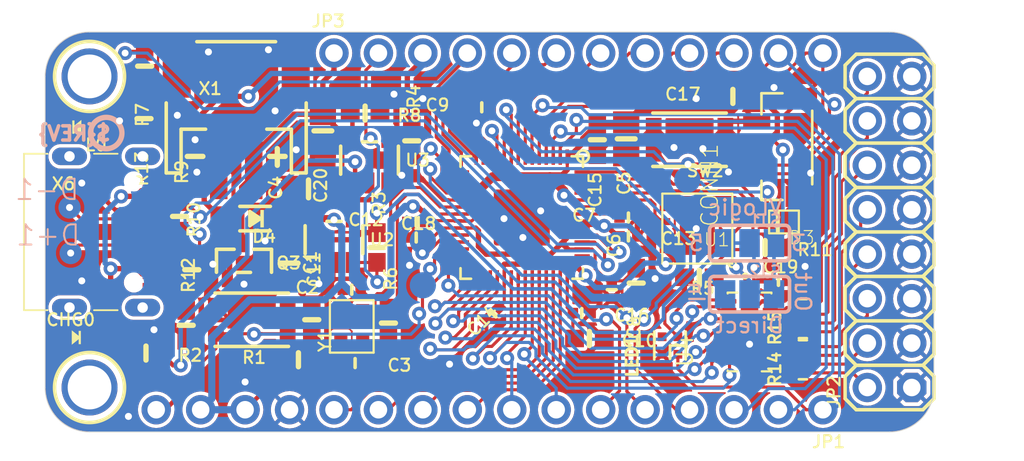
<source format=kicad_pcb>
(kicad_pcb (version 20221018) (generator pcbnew)
  (layers (0 "F.Cu" signal) (31 "B.Cu" signal) (34 "B.Paste" user) (35 "F.Paste" user) (36 "B.SilkS" user "B.Silkscreen") (37 "F.SilkS" user "F.Silkscreen") (38 "B.Mask" user) (39 "F.Mask" user) (44 "Edge.Cuts" user))
  (net 0 "")
  (net 1 "GND")
  (net 2 "MOSI")
  (net 3 "MISO")
  (net 4 "SCK")
  (net 5 "D24")
  (net 6 "A3")
  (net 7 "A2")
  (net 8 "A1")
  (net 9 "D11")
  (net 10 "D12")
  (net 11 "+3V3")
  (net 12 "VBUS")
  (net 13 "VBAT")
  (net 14 "N$2")
  (net 15 "D13")
  (net 16 "A0")
  (net 17 "N$1")
  (net 18 "N$3")
  (net 19 "N$4")
  (net 20 "SCL")
  (net 21 "SDA")
  (net 22 "D9")
  (net 23 "D6")
  (net 24 "D5")
  (net 25 "D10")
  (net 26 "D+")
  (net 27 "D-")
  (net 28 "~{RESET}")
  (net 29 "EN")
  (net 30 "VHI")
  (net 31 "QSPI_DATA[0]")
  (net 32 "QSPI_DATA[1]")
  (net 33 "QSPI_SCK")
  (net 34 "QSPI_CS")
  (net 35 "QSPI_DATA[3]")
  (net 36 "QSPI_DATA[2]")
  (net 37 "D4")
  (net 38 "CC1")
  (net 39 "CC2")
  (net 40 "1.2V")
  (net 41 "SWCLK")
  (net 42 "SWDIO")
  (net 43 "TX")
  (net 44 "RX")
  (net 45 "N$5")
  (net 46 "N$6")
  (net 47 "D25")
  (net 48 "N$7")
  (net 49 "USB_D+")
  (net 50 "USB_D-")
  (net 51 "USBBOOT")
  (net 52 "NEO7")
  (net 53 "NEO6")
  (net 54 "NEO5")
  (net 55 "NEO4")
  (net 56 "NEO3")
  (net 57 "NEO2")
  (net 58 "NEO1")
  (net 59 "NEO0")
  (net 60 "NEO3V_0")
  (net 61 "NEO3V_1")
  (net 62 "NEO3V_2")
  (net 63 "NEO3V_3")
  (net 64 "NEO3V_4")
  (net 65 "NEO3V_5")
  (net 66 "NEO3V_6")
  (net 67 "NEO3V_7")
  (net 68 "N$16")
  (net 69 "N$8")
  (net 70 "N$9")
  (net 71 "N$10")
  (net 72 "N$11")
  (net 73 "N$12")
  (net 74 "N$13")
  (net 75 "N$14")
  (net 76 "N$15")
  (net 77 "OUTVOLTAGE")
  (net 78 "N$17")
  (net 79 "N$19")
  (net 80 "N$18")
  (footprint "working:0603-NO" (layer "F.Cu") (at 160.4899 107.5944 180)
    (fp_text reference "R5")
    (fp_text value "10K")
  )
  (footprint "working:_0402NO" (layer "F.Cu") (at 156.4386 104.1781 180)
    (fp_text reference "C7")
    (fp_text value "0.1uF")
  )
  (footprint "working:SOT23-5" (layer "F.Cu") (at 139.6111 105.4481)
    (fp_text reference "U2")
    (fp_text value "AP2112-3.3")
  )
  (footprint "working:SOT23-5" (layer "F.Cu") (at 141.6431 100.9015)
    (fp_text reference "U3")
    (fp_text value "MCP73831T-2ACI/OT")
  )
  (footprint "working:0603-NO" (layer "F.Cu") (at 142.0622 105.8926 90)
    (fp_text reference "R3")
    (fp_text value "10K")
  )
  (footprint "working:_0402NO" (layer "F.Cu") (at 148.680703 109.676297 -135)
    (fp_text reference "C14")
    (fp_text value "0.1uF")
  )
  (footprint "working:SOT23-R" (layer "F.Cu") (at 134.4676 106.6546)
    (fp_text reference "Q3")
    (fp_text value "DMG341")
  )
  (footprint "working:0805-NO" (layer "F.Cu") (at 137.0476 106.7866 -90)
    (fp_text reference "C1")
    (fp_text value "10uF")
  )
  (footprint "working:0603-NO" (layer "F.Cu") (at 130.7846 104.1146 90)
    (fp_text reference "R9")
    (fp_text value "27")
  )
  (footprint "working:RESPACK_4X0402" (layer "F.Cu") (at 166.4081 112.3061 90)
    (fp_text reference "R14")
    (fp_text value "100 Pack")
  )
  (footprint "working:0603-NO" (layer "F.Cu") (at 128.7907 95.5294 -90)
    (fp_text reference "R7")
    (fp_text value "10K")
  )
  (footprint "working:1X16_ROUND" (layer "F.Cu") (at 148.5011 115.1636 180)
    (fp_text reference "JP1")
    (fp_text value "")
  )
  (footprint "working:0603-NO" (layer "F.Cu") (at 131.4831 107.1626 90)
    (fp_text reference "R10")
    (fp_text value "27")
  )
  (footprint "working:0603-NO" (layer "F.Cu") (at 128.8669 111.9251)
    (fp_text reference "R2")
    (fp_text value "10K")
  )
  (footprint "working:CHIPLED_0603_NOOUTLINE" (layer "F.Cu") (at 124.9206 99.0111 90)
    (fp_text reference "L0")
    (fp_text value "RED")
  )
  (footprint "working:SCORPIO_TOP" (layer "F.Cu") (at 123.1011 116.4336)
    (fp_text reference "U$12" hide)
    (fp_text value "" hide)
  )
  (footprint "working:0603-NO" (layer "F.Cu") (at 154.208393 111.091897)
    (fp_text reference "C10")
    (fp_text value "1uF")
  )
  (footprint "working:2X08" (layer "F.Cu") (at 171.3611 105.0036 90)
    (fp_text reference "JP2")
    (fp_text value "")
  )
  (footprint "working:SOD-123" (layer "F.Cu") (at 135.1026 104.2416 180)
    (fp_text reference "D4")
    (fp_text value "MBR540")
  )
  (footprint "working:0603-NO" (layer "F.Cu") (at 137.5791 112.3061 180)
    (fp_text reference "R1")
    (fp_text value "10K")
  )
  (footprint "working:0603-NO" (layer "F.Cu") (at 142.7226 110.2106 90)
    (fp_text reference "R6")
    (fp_text value "1K")
  )
  (footprint "working:QFN56_7MM_REDUCEDEPAD" (layer "F.Cu") (at 150.3426 104.1781 -90)
    (fp_text reference "IC1" hide)
    (fp_text value "RP2040_QFN56" hide)
  )
  (footprint "working:CRYSTAL_2.5X2" (layer "F.Cu") (at 140.6271 110.4011 90)
    (fp_text reference "Y1")
    (fp_text value "12MHz/12pF")
  )
  (footprint "working:MOUNTINGHOLE_2.5_PLATED" (layer "F.Cu") (at 125.6411 96.1136 -90)
    (fp_text reference "U$31" hide)
    (fp_text value "MOUNTINGHOLE2.5" hide)
  )
  (footprint "working:_0402NO" (layer "F.Cu") (at 144.3101 105.3211)
    (fp_text reference "C18")
    (fp_text value "0.1uF")
  )
  (footprint "working:FIDUCIAL_1MM" (layer "F.Cu") (at 133.8961 95.9866 -90)
    (fp_text reference "U$34" hide)
    (fp_text value "FIDUCIAL_1MM" hide)
  )
  (footprint "working:BTN_KMR2_4.6X2.8" (layer "F.Cu") (at 159.9311 99.7331 180)
    (fp_text reference "SW2")
    (fp_text value "KMR2")
  )
  (footprint "working:USON8_4X4" (layer "F.Cu") (at 160.3756 104.8131 180)
    (fp_text reference "U1")
    (fp_text value "8MB QSPI")
  )
  (footprint "working:0603-NO" (layer "F.Cu") (at 131.1656 110.3376 90)
    (fp_text reference "R12")
    (fp_text value "5.1K")
  )
  (footprint "working:_0402NO" (layer "F.Cu") (at 140.8176 112.4966)
    (fp_text reference "C3")
    (fp_text value "22pF")
  )
  (footprint "working:0603-NO" (layer "F.Cu") (at 128.7526 98.5266 -90)
    (fp_text reference "R13")
    (fp_text value "5.1K")
  )
  (footprint "working:0603-NO" (layer "F.Cu") (at 156.8831 107.9246 -90)
    (fp_text reference "C8")
    (fp_text value "1uF")
  )
  (footprint "working:FIDUCIAL_1MM" (layer "F.Cu") (at 171.3448 115.4741 -90)
    (fp_text reference "U$35" hide)
    (fp_text value "FIDUCIAL_1MM" hide)
  )
  (footprint "working:0603-NO" (layer "F.Cu") (at 162.4076 97.2566 180)
    (fp_text reference "C17")
    (fp_text value "1uF")
  )
  (footprint "working:_0402NO" (layer "F.Cu") (at 165.0111 107.7976)
    (fp_text reference "C19")
    (fp_text value "0.1uF")
  )
  (footprint "working:_0402NO" (layer "F.Cu") (at 155.4861 108.3056 90)
    (fp_text reference "C6")
    (fp_text value "0.1uF")
  )
  (footprint "working:1X12_ROUND" (layer "F.Cu") (at 153.5811 94.7801)
    (fp_text reference "JP3")
    (fp_text value "")
  )
  (footprint "working:SK6805_1515" (layer "F.Cu") (at 158.8135 111.4933 90)
    (fp_text reference "LED1")
    (fp_text value "WS2812B_SK6805_1515")
  )
  (footprint "working:0603-NO" (layer "F.Cu") (at 138.3411 110.0201 90)
    (fp_text reference "C11")
    (fp_text value "1uF")
  )
  (footprint "working:SOD-323F" (layer "F.Cu") (at 165.3286 104.4321 180)
    (fp_text reference "D3")
    (fp_text value "NSR0320")
  )
  (footprint "working:MOUNTINGHOLE_2.5_PLATED" (layer "F.Cu") (at 125.6411 113.8936 -90)
    (fp_text reference "U$32" hide)
    (fp_text value "MOUNTINGHOLE2.5" hide)
  )
  (footprint "working:20-DHVQFN" (layer "F.Cu") (at 163.3601 110.7186)
    (fp_text reference "U4")
    (fp_text value "74AHCT245")
  )
  (footprint "working:0805-NO" (layer "F.Cu") (at 138.1541 102.5421 180)
    (fp_text reference "C4")
    (fp_text value "10uF")
  )
  (footprint "working:BTN_KMR2_4.6X2.8" (layer "F.Cu") (at 134.9121 110.0201 180)
    (fp_text reference "SW1" hide)
    (fp_text value "KMR2" hide)
  )
  (footprint "working:0603-NO" (layer "F.Cu") (at 144.0561 99.7966 90)
    (fp_text reference "R4")
    (fp_text value "10K")
  )
  (footprint "working:0603-NO" (layer "F.Cu") (at 164.2491 105.8926)
    (fp_text reference "R11")
    (fp_text value "1K")
  )
  (footprint "working:0805-NO" (layer "F.Cu") (at 138.9761 99.2251 -90)
    (fp_text reference "C20")
    (fp_text value "10uF")
  )
  (footprint "working:JSTPH2_BATT" (layer "F.Cu") (at 134.0231 98.7806)
    (fp_text reference "X1")
    (fp_text value "JSTPH")
  )
  (footprint "working:_0402NO" (layer "F.Cu") (at 140.6271 108.3056 180)
    (fp_text reference "C2")
    (fp_text value "22pF")
  )
  (footprint "working:0603-NO" (layer "F.Cu") (at 141.3891 98.2091)
    (fp_text reference "R8")
    (fp_text value "5.1K")
  )
  (footprint "working:0603-NO" (layer "F.Cu") (at 154.6606 99.7331 -90)
    (fp_text reference "C15")
    (fp_text value "1uF")
  )
  (footprint "working:JST_SH4_RA" (layer "F.Cu") (at 164.6936 100.1776 90)
    (fp_text reference "CONN1")
    (fp_text value "STEMMA_I2C_QTRA" hide)
  )
  (footprint "working:RESPACK_4X0402" (layer "F.Cu") (at 166.4081 109.9566 90)
    (fp_text reference "R15")
    (fp_text value "100 Pack")
  )
  (footprint "working:_0402NO" (layer "F.Cu") (at 144.3101 104.4321 180)
    (fp_text reference "C12")
    (fp_text value "0.1uF")
  )
  (footprint "working:USB_C_CUSB31-CFM2AX-01-X" (layer "F.Cu") (at 126.9746 105.0036 -90)
    (fp_text reference "X6")
    (fp_text value "USB Type C")
  )
  (footprint "working:0805-NO" (layer "F.Cu") (at 156.3116 99.6823 -90)
    (fp_text reference "C5")
    (fp_text value "10uF")
  )
  (footprint "working:_0402NO" (layer "F.Cu") (at 153.7716 109.6391)
    (fp_text reference "C16")
    (fp_text value "0.1uF")
  )
  (footprint "working:CHIPLED_0603_NOOUTLINE" (layer "F.Cu") (at 124.8791 111.0361 -90)
    (fp_text reference "CHG0")
    (fp_text value "ORANGE")
  )
  (footprint "working:_0402NO" (layer "F.Cu") (at 156.4386 105.2576)
    (fp_text reference "C13")
    (fp_text value "0.1uF")
  )
  (footprint "working:_0402NO" (layer "F.Cu") (at 148.0566 97.8789 180)
    (fp_text reference "C9")
    (fp_text value "0.1uF")
  )
  (footprint "working:B1,27" (layer "B.Cu") (at 124.5616 106.2101 180)
    (fp_text reference "D+1")
    (fp_text value "TPB1,27")
  )
  (footprint "working:SCORPIO_BOT" (layer "B.Cu") (at 173.9011 116.3701 180)
    (fp_text reference "U$28" hide)
    (fp_text value "" hide)
  )
  (footprint "working:SOLDERJUMPER_2WAY_OPEN_NOPASTE" (layer "B.Cu") (at 163.3601 105.6386 180)
    (fp_text reference "SJ1")
    (fp_text value "")
  )
  (footprint "working:SOLDERJUMPER_2WAY_OPEN_NOPASTE" (layer "B.Cu") (at 163.3601 108.5596 180)
    (fp_text reference "SJ2")
    (fp_text value "")
  )
  (footprint "working:PCBFEAT-REV-040" (layer "B.Cu") (at 126.5936 99.3521 180)
    (fp_text reference "U$13" hide)
    (fp_text value "" hide)
  )
  (footprint "working:B1,27" (layer "B.Cu") (at 124.4981 103.6066 180)
    (fp_text reference "D-1")
    (fp_text value "TPB1,27")
  )
  (footprint "working:TESTPOINT_ROUND_1.5MM_NO" (layer "B.Cu") (at 144.6911 108.0516 180)
    (fp_text reference "TP1" hide)
    (fp_text value "" hide)
  )
  (footprint "working:TESTPOINT_ROUND_1.5MM_NO" (layer "B.Cu") (at 159.8041 102.0191 180)
    (fp_text reference "TP3" hide)
    (fp_text value "" hide)
  )
  (footprint "working:TESTPOINT_ROUND_1.5MM_NO" (layer "B.Cu") (at 144.6911 105.5116 180)
    (fp_text reference "TP2" hide)
    (fp_text value "" hide)
  )
  (gr_line (start 173.9011 113.8936) (end 173.9011 96.1136) (stroke (width 0.05)) (layer "Edge.Cuts"))
  (gr_line (start 125.6411 116.4336) (end 171.3611 116.4336) (stroke (width 0.05)) (layer "Edge.Cuts"))
  (gr_arc (start 123.1011 96.1136) (mid 123.845049 94.317549) (end 125.6411 93.5736) (stroke (width 0.05)) (layer "Edge.Cuts"))
  (gr_arc (start 171.3611 93.5736) (mid 173.157151 94.317549) (end 173.9011 96.1136) (stroke (width 0.05)) (layer "Edge.Cuts"))
  (gr_line (start 123.1011 96.1136) (end 123.1011 113.8936) (stroke (width 0.05)) (layer "Edge.Cuts"))
  (gr_arc (start 125.6411 116.4336) (mid 123.845049 115.689651) (end 123.1011 113.8936) (stroke (width 0.05)) (layer "Edge.Cuts"))
  (gr_arc (start 173.9011 113.8936) (mid 173.157151 115.689651) (end 171.3611 116.4336) (stroke (width 0.05)) (layer "Edge.Cuts"))
  (gr_line (start 171.3611 93.5736) (end 125.6411 93.5736) (stroke (width 0.05)) (layer "Edge.Cuts"))
  (gr_text "In" (at 160.3121 108.4326 -90) (layer "B.SilkS") (effects (font (size 0.88392 0.88392) (thickness 0.13208)) (justify mirror)))
  (gr_text "Direct" (at 163.3601 110.3376) (layer "B.SilkS") (effects (font (size 0.88392 0.88392) (thickness 0.13208)) (justify mirror)))
  (gr_text "5" (at 160.3121 105.6386) (layer "B.SilkS") (effects (font (size 0.88392 0.88392) (thickness 0.13208)) (justify mirror)))
  (gr_text "VLogic" (at 163.1061 103.6066) (layer "B.SilkS") (effects (font (size 0.88392 0.88392) (thickness 0.13208)) (justify mirror)))
  (gr_text "3" (at 166.1541 105.6386) (layer "B.SilkS") (effects (font (size 0.88392 0.88392) (thickness 0.13208)) (justify mirror)))
  (gr_text "Out" (at 166.4081 108.4326 -90) (layer "B.SilkS") (effects (font (size 0.88392 0.88392) (thickness 0.13208)) (justify mirror)))
  (gr_text "" (at 134.5311 113.3856) (layer "F.SilkS") (effects (font (size 0.89408 0.89408) (thickness 0.12192))))
  (segment (start 131.6613 110.6114) (end 129.3241 110.6114) (width 0.3048) (layer "F.Cu") (net 1))
  (segment (start 163.1101 110.4686) (end 163.3601 110.7186) (width 0.2032) (layer "F.Cu") (net 1))
  (segment (start 138.7475 107.9627) (end 138.7475 107.8277) (width 0.3048) (layer "F.Cu") (net 1))
  (segment (start 139.5476 106.8117) (end 139.5476 107.5737) (width 0.3048) (layer "F.Cu") (net 1))
  (segment (start 129.36285 108.09035) (end 130.1128 108.8403) (width 0.3048) (layer "F.Cu") (net 1))
  (segment (start 139.5476 107.5737) (end 139.2936 107.8277) (width 0.3048) (layer "F.Cu") (net 1))
  (segment (start 145.8501 103.1781) (end 144.6276 101.9556) (width 0.1778) (layer "F.Cu") (net 1))
  (segment (start 163.1101 112.9036) (end 163.1101 110.9686) (width 0.254) (layer "F.Cu") (net 1))
  (segment (start 164.0941 108.9686) (end 163.1696 109.8931) (width 0.1778) (layer "F.Cu") (net 1))
  (segment (start 132.8621 109.4106) (end 131.6613 110.6114) (width 0.3048) (layer "F.Cu") (net 1))
  (segment (start 146.8926 103.1781) (end 145.8501 103.1781) (width 0.1778) (layer "F.Cu") (net 1))
  (segment (start 143.9926 101.8286) (end 143.5481 101.8286) (width 0.3048) (layer "F.Cu") (net 1))
  (segment (start 162.2256 103.6131) (end 160.7631 103.6131) (width 0.3048) (layer "F.Cu") (net 1))
  (segment (start 132.8621 109.2201) (end 132.8621 109.4106) (width 0.3048) (layer "F.Cu") (net 1))
  (segment (start 139.2936 107.8277) (end 138.7475 107.8277) (width 0.3048) (layer "F.Cu") (net 1))
  (segment (start 130.1128 109.8227) (end 129.3241 110.6114) (width 0.3048) (layer "F.Cu") (net 1))
  (segment (start 161.9811 98.6776) (end 161.9811 98.9331) (width 0.3048) (layer "F.Cu") (net 1))
  (segment (start 147.5486 97.8789) (end 147.4851 97.9424) (width 0.3048) (layer "F.Cu") (net 1))
  (segment (start 163.3601 109.8296) (end 163.3601 110.7186) (width 0.254) (layer "F.Cu") (net 1))
  (segment (start 139.6111 106.7482) (end 139.5476 106.8117) (width 0.3048) (layer "F.Cu") (net 1))
  (segment (start 164.5451 108.9686) (end 164.0941 108.9686) (width 0.254) (layer "F.Cu") (net 1))
  (segment (start 163.1101 110.9686) (end 163.3601 110.7186) (width 0.254) (layer "F.Cu") (net 1))
  (segment (start 163.7696 98.6776) (end 161.9811 98.6776) (width 0.3048) (layer "F.Cu") (net 1))
  (segment (start 130.1128 108.8403) (end 130.1128 109.8227) (width 0.3048) (layer "F.Cu") (net 1))
  (segment (start 160.3756 103.9876) (end 160.3756 104.8131) (width 0.3048) (layer "F.Cu") (net 1))
  (segment (start 147.4851 97.9424) (end 147.4851 98.51585) (width 0.3048) (layer "F.Cu") (net 1))
  (segment (start 144.1196 101.9556) (end 143.9926 101.8286) (width 0.3048) (layer "F.Cu") (net 1))
  (segment (start 147.4851 98.51585) (end 147.74985 98.7806) (width 0.3048) (layer "F.Cu") (net 1))
  (segment (start 129.2496 108.2036) (end 129.36285 108.09035) (width 0.3048) (layer "F.Cu") (net 1))
  (segment (start 144.6276 101.9556) (end 144.1196 101.9556) (width 0.3048) (layer "F.Cu") (net 1))
  (segment (start 156.9466 104.1781) (end 156.9466 105.2576) (width 0.3048) (layer "F.Cu") (net 1))
  (segment (start 143.5481 101.8286) (end 143.4846 101.7651) (width 0.3048) (layer "F.Cu") (net 1))
  (segment (start 160.7631 103.6131) (end 160.7566 103.6066) (width 0.3048) (layer "F.Cu") (net 1))
  (segment (start 160.7566 103.6066) (end 160.3756 103.9876) (width 0.3048) (layer "F.Cu") (net 1))
  (via (at 143.0401 97.1296) (size 0.8064) (drill 0.4) (layers "F.Cu" "B.Cu") (net 1))
  (via (at 143.9291 106.9086) (size 0.8064) (drill 0.4) (layers "F.Cu" "B.Cu") (net 1))
  (via (at 166.8526 101.6381) (size 0.8064) (drill 0.4) (layers "F.Cu" "B.Cu") (net 1))
  (via (at 150.4061 105.3211) (size 0.8064) (drill 0.4) (layers "F.Cu" "B.Cu") (net 1))
  (via (at 143.4846 101.7651) (size 0.8064) (drill 0.4) (layers "F.Cu" "B.Cu") (net 1))
  (via (at 136.2456 98.0821) (size 0.8064) (drill 0.4) (layers "F.Cu" "B.Cu") (net 1))
  (via (at 146.2151 112.5601) (size 0.8064) (drill 0.4) (layers "F.Cu" "B.Cu") (net 1))
  (via (at 127.8636 115.5446) (size 0.8064) (drill 0.4) (layers "F.Cu" "B.Cu") (net 1))
  (via (at 130.6576 98.3361) (size 0.8064) (drill 0.4) (layers "F.Cu" "B.Cu") (net 1))
  (via (at 147.74985 98.7806) (size 0.8001) (drill 0.3937) (layers "F.Cu" "B.Cu") (net 1))
  (via (at 162.1536 101.5746) (size 0.8064) (drill 0.4) (layers "F.Cu" "B.Cu") (net 1))
  (via (at 135.6741 105.5116) (size 0.8064) (drill 0.4) (layers "F.Cu" "B.Cu") (net 1))
  (via (at 132.4356 94.7166) (size 0.8064) (drill 0.4) (layers "F.Cu" "B.Cu") (net 1))
  (via (at 125.1966 107.7976) (size 0.8064) (drill 0.4) (layers "F.Cu" "B.Cu") (net 1))
  (via (at 129.3241 110.5916) (size 0.8064) (drill 0.4) (layers "F.Cu" "B.Cu") (net 1))
  (via (at 166.5351 106.9721) (size 0.8064) (drill 0.4) (layers "F.Cu" "B.Cu") (net 1))
  (via (at 131.7752 101.5873) (size 0.8064) (drill 0.4) (layers "F.Cu" "B.Cu") (net 1))
  (via (at 157.9626 107.6706) (size 0.8064) (drill 0.4) (layers "F.Cu" "B.Cu") (net 1))
  (via (at 160.3121 97.3836) (size 0.8064) (drill 0.4) (layers "F.Cu" "B.Cu") (net 1))
  (via (at 159.0421 100.1776) (size 0.8064) (drill 0.4) (layers "F.Cu" "B.Cu") (net 1))
  (via (at 163.3601 111.4171) (size 0.8064) (drill 0.4) (layers "F.Cu" "B.Cu") (net 1))
  (via (at 151.4221 103.7971) (size 0.8064) (drill 0.4) (layers "F.Cu" "B.Cu") (net 1))
  (via (at 144.6911 97.3836) (size 0.8064) (drill 0.4) (layers "F.Cu" "B.Cu") (net 1))
  (via (at 135.8646 94.5896) (size 0.8064) (drill 0.4) (layers "F.Cu" "B.Cu") (net 1))
  (via (at 132.6896 106.8451) (size 0.8064) (drill 0.4) (layers "F.Cu" "B.Cu") (net 1))
  (via (at 160.6931 100.2411) (size 0.8064) (drill 0.4) (layers "F.Cu" "B.Cu") (net 1))
  (via (at 149.3266 104.2416) (size 0.8064) (drill 0.4) (layers "F.Cu" "B.Cu") (net 1))
  (via (at 160.3121 104.8131) (size 0.8064) (drill 0.4) (layers "F.Cu" "B.Cu") (net 1))
  (via (at 125.1966 102.2096) (size 0.8064) (drill 0.4) (layers "F.Cu" "B.Cu") (net 1))
  (via (at 134.4676 107.9881) (size 0.8064) (drill 0.4) (layers "F.Cu" "B.Cu") (net 1))
  (via (at 131.6736 99.7331) (size 0.8064) (drill 0.4) (layers "F.Cu" "B.Cu") (net 1))
  (via (at 138.7475 107.9627) (size 0.8064) (drill 0.4) (layers "F.Cu" "B.Cu") (net 1))
  (via (at 137.4521 100.3046) (size 0.8064) (drill 0.4) (layers "F.Cu" "B.Cu") (net 1))
  (via (at 164.7571 96.7486) (size 0.8064) (drill 0.4) (layers "F.Cu" "B.Cu") (net 1))
  (via (at 127.3556 98.6536) (size 0.8064) (drill 0.4) (layers "F.Cu" "B.Cu") (net 1))
  (via (at 134.5311 113.5761) (size 0.8064) (drill 0.4) (layers "F.Cu" "B.Cu") (net 1))
  (segment (start 156.3497 109.908932) (end 156.3497 114.1222) (width 0.1778) (layer "F.Cu") (net 2))
  (segment (start 157.3911 115.1636) (end 156.3497 114.1222) (width 0.1778) (layer "F.Cu") (net 2))
  (segment (start 146.036218 102.7781) (end 145.1089 101.850782) (width 0.1778) (layer "F.Cu") (net 2))
  (segment (start 145.1089 101.850782) (end 145.1089 101.406282) (width 0.1778) (layer "F.Cu") (net 2))
  (segment (start 146.8926 102.7781) (end 146.036218 102.7781) (width 0.1778) (layer "F.Cu") (net 2))
  (via (at 156.3497 109.908932) (size 0.8001) (drill 0.3937) (layers "F.Cu" "B.Cu") (net 2))
  (via (at 145.1089 101.406282) (size 0.8001) (drill 0.3937) (layers "F.Cu" "B.Cu") (net 2))
  (segment (start 152.405418 107.4801) (end 154.19925 109.273932) (width 0.1778) (layer "B.Cu") (net 2))
  (segment (start 145.1089 101.406282) (end 145.1089 102.231782) (width 0.1778) (layer "B.Cu") (net 2))
  (segment (start 150.357218 107.4801) (end 145.1089 102.231782) (width 0.1778) (layer "B.Cu") (net 2))
  (segment (start 154.19925 109.273932) (end 155.7147 109.273932) (width 0.1778) (layer "B.Cu") (net 2))
  (segment (start 150.357218 107.4801) (end 152.405418 107.4801) (width 0.1778) (layer "B.Cu") (net 2))
  (segment (start 156.3497 109.908932) (end 155.7147 109.273932) (width 0.1778) (layer "B.Cu") (net 2))
  (segment (start 148.9426 100.7281) (end 148.9236 100.7091) (width 0.1778) (layer "F.Cu") (net 3))
  (segment (start 159.1691 115.1636) (end 156.8196 112.8141) (width 0.1778) (layer "F.Cu") (net 3))
  (segment (start 148.63885 99.2251) (end 148.676406 99.2251) (width 0.1778) (layer "F.Cu") (net 3))
  (segment (start 156.8196 110.5281) (end 156.8196 112.8141) (width 0.1778) (layer "F.Cu") (net 3))
  (segment (start 157.3276 110.0201) (end 156.8196 110.5281) (width 0.1778) (layer "F.Cu") (net 3))
  (segment (start 148.9236 100.7091) (end 148.9236 99.472294) (width 0.1778) (layer "F.Cu") (net 3))
  (segment (start 159.9311 115.1636) (end 159.1691 115.1636) (width 0.1778) (layer "F.Cu") (net 3))
  (segment (start 148.9236 99.472294) (end 148.676406 99.2251) (width 0.1778) (layer "F.Cu") (net 3))
  (via (at 148.63885 99.2251) (size 0.8001) (drill 0.3937) (layers "F.Cu" "B.Cu") (net 3))
  (via (at 157.3276 110.0201) (size 0.8001) (drill 0.3937) (layers "F.Cu" "B.Cu") (net 3))
  (segment (start 150.479168 101.3841) (end 155.7401 101.3841) (width 0.1778) (layer "B.Cu") (net 3))
  (segment (start 158.0261 109.0676) (end 158.0261 109.3216) (width 0.1778) (layer "B.Cu") (net 3))
  (segment (start 157.3276 110.0201) (end 158.0261 109.3216) (width 0.1778) (layer "B.Cu") (net 3))
  (segment (start 159.9946 107.0991) (end 158.0261 109.0676) (width 0.1778) (layer "B.Cu") (net 3))
  (segment (start 148.63885 99.2251) (end 148.63885 99.543782) (width 0.1778) (layer "B.Cu") (net 3))
  (segment (start 150.479168 101.3841) (end 148.63885 99.543782) (width 0.1778) (layer "B.Cu") (net 3))
  (segment (start 155.7401 101.3841) (end 159.9946 105.6386) (width 0.1778) (layer "B.Cu") (net 3))
  (segment (start 159.9946 105.6386) (end 159.9946 107.0991) (width 0.1778) (layer "B.Cu") (net 3))
  (segment (start 155.9306 110.49635) (end 155.9306 114.0841) (width 0.1778) (layer "F.Cu") (net 4))
  (segment (start 155.1686 109.98835) (end 155.4226 109.98835) (width 0.1778) (layer "F.Cu") (net 4))
  (segment (start 146.198153 102.3781) (end 145.77565 101.9556) (width 0.1778) (layer "F.Cu") (net 4))
  (segment (start 145.77565 100.8761) (end 145.77565 101.9556) (width 0.1778) (layer "F.Cu") (net 4))
  (segment (start 146.8926 102.3781) (end 146.198153 102.3781) (width 0.1778) (layer "F.Cu") (net 4))
  (segment (start 155.9306 110.49635) (end 155.4226 109.98835) (width 0.1778) (layer "F.Cu") (net 4))
  (segment (start 145.14065 100.2411) (end 145.77565 100.8761) (width 0.1778) (layer "F.Cu") (net 4))
  (segment (start 155.9306 114.0841) (end 154.8511 115.1636) (width 0.1778) (layer "F.Cu") (net 4))
  (via (at 145.14065 100.2411) (size 0.8001) (drill 0.3937) (layers "F.Cu" "B.Cu") (net 4))
  (via (at 155.1686 109.98835) (size 0.8001) (drill 0.3937) (layers "F.Cu" "B.Cu") (net 4))
  (segment (start 152.2476 107.8611) (end 150.112787 107.8611) (width 0.1778) (layer "B.Cu") (net 4))
  (segment (start 154.43835 110.05185) (end 152.2476 107.8611) (width 0.1778) (layer "B.Cu") (net 4))
  (segment (start 155.1051 110.05185) (end 154.43835 110.05185) (width 0.1778) (layer "B.Cu") (net 4))
  (segment (start 144.44215 100.9396) (end 145.14065 100.2411) (width 0.1778) (layer "B.Cu") (net 4))
  (segment (start 155.1686 109.98835) (end 155.1051 110.05185) (width 0.1778) (layer "B.Cu") (net 4))
  (segment (start 150.112787 107.8611) (end 144.44215 102.190463) (width 0.1778) (layer "B.Cu") (net 4))
  (segment (start 144.44215 102.190463) (end 144.44215 100.9396) (width 0.1778) (layer "B.Cu") (net 4))
  (segment (start 150.5426 110.936769) (end 149.50745 111.971919) (width 0.1778) (layer "F.Cu") (net 5))
  (segment (start 149.50745 111.971919) (end 149.50745 112.21085) (width 0.1778) (layer "F.Cu") (net 5))
  (segment (start 150.5426 107.6281) (end 150.5426 110.936769) (width 0.1778) (layer "F.Cu") (net 5))
  (via (at 149.50745 112.21085) (size 0.8001) (drill 0.3937) (layers "F.Cu" "B.Cu") (net 5))
  (segment (start 149.7711 112.4745) (end 149.7711 115.1636) (width 0.1778) (layer "B.Cu") (net 5))
  (segment (start 149.50745 112.21085) (end 149.7711 112.4745) (width 0.1778) (layer "B.Cu") (net 5))
  (segment (start 148.6281 114.0206) (end 147.4851 115.1636) (width 0.1778) (layer "F.Cu") (net 6))
  (segment (start 151.0411 114.0206) (end 148.6281 114.0206) (width 0.1778) (layer "F.Cu") (net 6))
  (segment (start 152.5426 112.5191) (end 151.0411 114.0206) (width 0.1778) (layer "F.Cu") (net 6))
  (segment (start 147.4851 115.1636) (end 147.2311 115.1636) (width 0.1778) (layer "F.Cu") (net 6))
  (segment (start 152.5426 107.6281) (end 152.5426 112.5191) (width 0.1778) (layer "F.Cu") (net 6))
  (segment (start 152.1426 112.3476) (end 150.8506 113.6396) (width 0.1778) (layer "F.Cu") (net 7))
  (segment (start 148.1836 113.6396) (end 147.7645 114.0587) (width 0.1778) (layer "F.Cu") (net 7))
  (segment (start 150.8506 113.6396) (end 148.1836 113.6396) (width 0.1778) (layer "F.Cu") (net 7))
  (segment (start 152.1426 107.6281) (end 152.1426 112.3476) (width 0.1778) (layer "F.Cu") (net 7))
  (segment (start 147.7645 114.0587) (end 145.796 114.0587) (width 0.1778) (layer "F.Cu") (net 7))
  (segment (start 145.796 114.0587) (end 144.6911 115.1636) (width 0.1778) (layer "F.Cu") (net 7))
  (segment (start 145.257181 114.0587) (end 143.8275 114.0587) (width 0.1778) (layer "F.Cu") (net 8))
  (segment (start 142.6591 115.2271) (end 142.2146 115.2271) (width 0.1778) (layer "F.Cu") (net 8))
  (segment (start 151.7426 112.208782) (end 150.692781 113.2586) (width 0.1778) (layer "F.Cu") (net 8))
  (segment (start 143.8275 114.0587) (end 142.6591 115.2271) (width 0.1778) (layer "F.Cu") (net 8))
  (segment (start 147.606681 113.6777) (end 145.638181 113.6777) (width 0.1778) (layer "F.Cu") (net 8))
  (segment (start 145.638181 113.6777) (end 145.257181 114.0587) (width 0.1778) (layer "F.Cu") (net 8))
  (segment (start 148.025781 113.2586) (end 147.606681 113.6777) (width 0.1778) (layer "F.Cu") (net 8))
  (segment (start 150.692781 113.2586) (end 148.025781 113.2586) (width 0.1778) (layer "F.Cu") (net 8))
  (segment (start 151.7426 107.6281) (end 151.7426 112.208782) (width 0.1778) (layer "F.Cu") (net 8))
  (segment (start 142.2146 115.2271) (end 142.1511 115.1636) (width 0.1778) (layer "F.Cu") (net 8))
  (segment (start 147.676781 100.7281) (end 147.7426 100.7281) (width 0.1778) (layer "F.Cu") (net 9))
  (segment (start 146.2199 99.271219) (end 147.676781 100.7281) (width 0.1778) (layer "F.Cu") (net 9))
  (segment (start 149.643043 96.5502) (end 146.822493 96.5502) (width 0.1778) (layer "F.Cu") (net 9))
  (segment (start 151.64435 95.44685) (end 150.746393 95.44685) (width 0.1778) (layer "F.Cu") (net 9))
  (segment (start 150.746393 95.44685) (end 149.643043 96.5502) (width 0.1778) (layer "F.Cu") (net 9))
  (segment (start 152.3111 94.7801) (end 151.64435 95.44685) (width 0.1778) (layer "F.Cu") (net 9))
  (segment (start 146.2199 97.152794) (end 146.2199 99.271219) (width 0.1778) (layer "F.Cu") (net 9))
  (segment (start 146.822493 96.5502) (end 146.2199 97.152794) (width 0.1778) (layer "F.Cu") (net 9))
  (segment (start 149.1361 96.1692) (end 149.7711 95.5342) (width 0.1778) (layer "F.Cu") (net 10))
  (segment (start 145.8389 96.994975) (end 146.664675 96.1692) (width 0.1778) (layer "F.Cu") (net 10))
  (segment (start 149.7711 95.5342) (end 149.7711 94.7801) (width 0.1778) (layer "F.Cu") (net 10))
  (segment (start 146.664675 96.1692) (end 149.1361 96.1692) (width 0.1778) (layer "F.Cu") (net 10))
  (segment (start 146.8926 100.482738) (end 145.8389 99.429038) (width 0.1778) (layer "F.Cu") (net 10))
  (segment (start 145.8389 99.429038) (end 145.8389 96.994975) (width 0.1778) (layer "F.Cu") (net 10))
  (segment (start 146.8926 101.5781) (end 146.8926 100.482738) (width 0.1778) (layer "F.Cu") (net 10))
  (segment (start 153.0096 100.7491) (end 152.9636 100.7491) (width 0.1778) (layer "F.Cu") (net 11))
  (segment (start 149.3426 109.0144) (end 149.039912 109.317088) (width 0.1778) (layer "F.Cu") (net 11))
  (segment (start 153.7926 104.3781) (end 153.7926 104.5686) (width 0.1778) (layer "F.Cu") (net 11))
  (segment (start 153.2636 109.6391) (end 153.2636 110.997104) (width 0.1778) (layer "F.Cu") (net 11))
  (segment (start 153.7926 104.7781) (end 153.7926 104.3781) (width 0.1778) (layer "F.Cu") (net 11))
  (segment (start 158.5256 106.0131) (end 159.00935 106.49685) (width 0.3048) (layer "F.Cu") (net 11))
  (segment (start 154.6606 98.8831) (end 155.787068 98.8831) (width 0.4064) (layer "F.Cu") (net 11))
  (segment (start 159.00935 106.49685) (end 158.6611 106.8451) (width 0.3048) (layer "F.Cu") (net 11))
  (segment (start 155.8036 105.2576) (end 155.9306 105.2576) (width 0.3048) (layer "F.Cu") (net 11))
  (segment (start 153.7926 106.7781) (end 153.52635 107.04435) (width 0.1778) (layer "F.Cu") (net 11))
  (segment (start 152.7556 102.6541) (end 151.9461 101.8446) (width 0.508) (layer "F.Cu") (net 11))
  (segment (start 147.4851 104.3781) (end 147.8661 103.9971) (width 0.1778) (layer "F.Cu") (net 11))
  (segment (start 146.8736 104.3591) (end 144.8911 104.3591) (width 0.1778) (layer "F.Cu") (net 11))
  (segment (start 152.9426 100.7281) (end 152.9636 100.7491) (width 0.1778) (layer "F.Cu") (net 11))
  (segment (start 158.6611 106.8451) (end 158.56585 106.8451) (width 0.254) (layer "F.Cu") (net 11))
  (segment (start 155.815831 98.854338) (end 156.232015 98.811885) (width 0.4064) (layer "F.Cu") (net 11))
  (segment (start 152.7556 102.6541) (end 152.7556 102.9081) (width 0.508) (layer "F.Cu") (net 11))
  (segment (start 153.7926 106.4416) (end 153.7926 106.3781) (width 0.1778) (layer "F.Cu") (net 11))
  (segment (start 144.1196 103.5431) (end 144.3736 103.5431) (width 0.1778) (layer "F.Cu") (net 11))
  (segment (start 159.3859 106.8734) (end 159.3859 107.4801) (width 0.3048) (layer "F.Cu") (net 11))
  (segment (start 146.8926 104.3781) (end 147.4851 104.3781) (width 0.1778) (layer "F.Cu") (net 11))
  (segment (start 164.9476 98.2726) (end 164.9476 99.2886) (width 0.3048) (layer "F.Cu") (net 11))
  (segment (start 134.5311 115.1636) (end 136.1821 113.5126) (width 0.254) (layer "F.Cu") (net 11))
  (segment (start 163.2576 97.2566) (end 163.5751 97.5741) (width 0.1778) (layer "F.Cu") (net 11))
  (segment (start 153.5476 107.04435) (end 153.99385 107.4906) (width 0.3048) (layer "F.Cu") (net 11))
  (segment (start 139.547606 104.2416) (end 139.6111 104.3051) (width 0.3048) (layer "F.Cu") (net 11))
  (segment (start 144.8181 104.4321) (end 144.8181 103.9876) (width 0.3048) (layer "F.Cu") (net 11))
  (segment (start 138.4046 112.3061) (end 138.4291 112.3061) (width 0.254) (layer "F.Cu") (net 11))
  (segment (start 162.3686 98.1456) (end 163.2576 97.2566) (width 0.3048) (layer "F.Cu") (net 11))
  (segment (start 147.8661 103.9971) (end 147.8661 102.6541) (width 0.508) (layer "F.Cu") (net 11))
  (segment (start 149.3426 107.6281) (end 149.3426 109.0144) (width 0.1778) (layer "F.Cu") (net 11))
  (segment (start 155.05275 104.50675) (end 155.05275 104.5686) (width 0.3048) (layer "F.Cu") (net 11))
  (segment (start 152.9426 109.3181) (end 153.2636 109.6391) (width 0.1778) (layer "F.Cu") (net 11))
  (segment (start 153.8304 99.9283) (end 153.0096 100.7491) (width 0.3048) (layer "F.Cu") (net 11))
  (segment (start 144.8181 103.9876) (end 144.3736 103.5431) (width 0.3048) (layer "F.Cu") (net 11))
  (segment (start 149.3266 101.8446) (end 151.9461 101.8446) (width 0.508) (layer "F.Cu") (net 11))
  (segment (start 159.3859 107.4801) (end 159.5002 107.5944) (width 0.3048) (layer "F.Cu") (net 11))
  (segment (start 138.6611 104.148) (end 138.6611 102.9851) (width 0.4064) (layer "F.Cu") (net 11))
  (segment (start 159.6399 107.5944) (end 159.5002 107.5944) (width 0.1778) (layer "F.Cu") (net 11))
  (segment (start 159.2635 110.9933) (end 158.5185 110.2483) (width 0.1778) (layer "F.Cu") (net 11))
  (segment (start 149.3266 101.8446) (end 148.6756 101.8446) (width 0.508) (layer "F.Cu") (net 11))
  (segment (start 138.3411 110.8701) (end 138.3411 112.2181) (width 0.254) (layer "F.Cu") (net 11))
  (segment (start 144.8181 104.4321) (end 144.8911 104.3591) (width 0.1778) (layer "F.Cu") (net 11))
  (segment (start 159.6399 108.4199) (end 158.5185 109.5413) (width 0.3048) (layer "F.Cu") (net 11))
  (segment (start 152.9426 100.7281) (end 152.9426 101.4511) (width 0.1778) (layer "F.Cu") (net 11))
  (segment (start 155.05275 104.5686) (end 153.7926 104.5686) (width 0.3048) (layer "F.Cu") (net 11))
  (segment (start 149.3426 101.8286) (end 149.3266 101.8446) (width 0.3048) (layer "F.Cu") (net 11))
  (segment (start 152.5491 101.8446) (end 151.9461 101.8446) (width 0.508) (layer "F.Cu") (net 11))
  (segment (start 158.5185 110.2483) (end 158.5185 109.5413) (width 0.1778) (layer "F.Cu") (net 11))
  (segment (start 155.05275 104.50675) (end 155.8036 105.2576) (width 0.3048) (layer "F.Cu") (net 11))
  (segment (start 153.52635 107.04435) (end 153.5476 107.04435) (width 0.3048) (layer "F.Cu") (net 11))
  (segment (start 136.1821 113.5126) (end 137.1981 113.5126) (width 0.254) (layer "F.Cu") (net 11))
  (segment (start 154.6606 99.0101) (end 154.475125 99.0101) (width 0.3048) (layer "F.Cu") (net 11))
  (segment (start 153.8304 99.654825) (end 153.8304 99.9283) (width 0.3048) (layer "F.Cu") (net 11))
  (segment (start 164.2491 97.5741) (end 164.9476 98.2726) (width 0.3048) (layer "F.Cu") (net 11))
  (segment (start 152.595918 106.8451) (end 152.872418 106.5686) (width 0.3048) (layer "F.Cu") (net 11))
  (segment (start 153.2636 110.997104) (end 153.358393 111.091897) (width 0.1778) (layer "F.Cu") (net 11))
  (segment (start 154.6606 98.8831) (end 154.6606 99.0101) (width 0.1778) (layer "F.Cu") (net 11))
  (segment (start 164.6381 99.6776) (end 164.5586 99.6776) (width 0.2032) (layer "F.Cu") (net 11))
  (segment (start 149.3426 106.8451) (end 152.595918 106.8451) (width 0.3048) (layer "F.Cu") (net 11))
  (segment (start 149.3426 101.5271) (end 149.3426 101.8286) (width 0.3048) (layer "F.Cu") (net 11))
  (segment (start 155.05275 104.5686) (end 155.05275 104.65435) (width 0.3048) (layer "F.Cu") (net 11))
  (segment (start 149.3426 100.7281) (end 149.3426 101.5271) (width 0.1778) (layer "F.Cu") (net 11))
  (segment (start 152.9426 107.6281) (end 152.9426 109.3181) (width 0.1778) (layer "F.Cu") (net 11))
  (segment (start 149.3426 107.6281) (end 149.3426 106.8451) (width 0.1778) (layer "F.Cu") (net 11))
  (segment (start 152.9426 101.4511) (end 152.5491 101.8446) (width 0.3048) (layer "F.Cu") (net 11))
  (segment (start 137.1981 113.5126) (end 138.4046 112.3061) (width 0.254) (layer "F.Cu") (net 11))
  (segment (start 153.6656 106.5686) (end 152.872418 106.5686) (width 0.3048) (layer "F.Cu") (net 11))
  (segment (start 154.475125 99.0101) (end 153.8304 99.654825) (width 0.3048) (layer "F.Cu") (net 11))
  (segment (start 139.547606 104.2416) (end 138.7547 104.2416) (width 0.4064) (layer "F.Cu") (net 11))
  (segment (start 156.8983 98.1456) (end 162.3686 98.1456) (width 0.3048) (layer "F.Cu") (net 11))
  (segment (start 156.3116 98.7323) (end 156.232015 98.811885) (width 0.1778) (layer "F.Cu") (net 11))
  (segment (start 148.5646 98.1329) (end 148.5646 97.8789) (width 0.1778) (layer "F.Cu") (net 11))
  (segment (start 153.7926 106.3781) (end 153.7926 106.7781) (width 0.1778) (layer "F.Cu") (net 11))
  (segment (start 156.3116 98.7323) (end 156.8983 98.1456) (width 0.3048) (layer "F.Cu") (net 11))
  (segment (start 138.6611 102.9851) (end 139.1041 102.5421) (width 0.3048) (layer "F.Cu") (net 11))
  (segment (start 159.00935 106.49685) (end 159.3859 106.8734) (width 0.3048) (layer "F.Cu") (net 11))
  (segment (start 149.3426 100.7281) (end 149.3426 98.9109) (width 0.1778) (layer "F.Cu") (net 11))
  (segment (start 163.7696 99.6776) (end 164.5586 99.6776) (width 0.3048) (layer "F.Cu") (net 11))
  (segment (start 155.787068 98.8831) (end 155.815831 98.854338) (width 0.1778) (layer "F.Cu") (net 11))
  (segment (start 138.6611 104.148) (end 138.7547 104.2416) (width 0.3048) (layer "F.Cu") (net 11))
  (segment (start 149.3426 98.9109) (end 148.5646 98.1329) (width 0.1778) (layer "F.Cu") (net 11))
  (segment (start 165.2651 100.3046) (end 164.6381 99.6776) (width 0.2032) (layer "F.Cu") (net 11))
  (segment (start 146.8736 104.3591) (end 146.8926 104.3781) (width 0.1778) (layer "F.Cu") (net 11))
  (segment (start 153.52635 107.04435) (end 152.9426 107.6281) (width 0.1778) (layer "F.Cu") (net 11))
  (segment (start 164.9476 99.2886) (end 164.5586 99.6776) (width 0.3048) (layer "F.Cu") (net 11))
  (segment (start 153.7926 106.4416) (end 153.6656 106.5686) (width 0.1778) (layer "F.Cu") (net 11))
  (segment (start 138.4291 112.3061) (end 138.3411 112.2181) (width 0.254) (layer "F.Cu") (net 11))
  (segment (start 159.6399 108.4199) (end 159.6399 107.5944) (width 0.3048) (layer "F.Cu") (net 11))
  (segment (start 147.8661 102.6541) (end 148.6756 101.8446) (width 0.508) (layer "F.Cu") (net 11))
  (segment (start 164.2491 97.5741) (end 163.5751 97.5741) (width 0.3048) (layer "F.Cu") (net 11))
  (via (at 139.6111 104.3051) (size 0.8064) (drill 0.4) (layers "F.Cu" "B.Cu") (net 11))
  (via (at 165.2651 100.3046) (size 0.8001) (drill 0.3937) (layers "F.Cu" "B.Cu") (net 11))
  (via (at 152.7556 102.9081) (size 0.8001) (drill 0.3937) (layers "F.Cu" "B.Cu") (net 11))
  (via (at 153.99385 107.4906) (size 0.8001) (drill 0.3937) (layers "F.Cu" "B.Cu") (net 11))
  (via (at 144.1196 103.5431) (size 0.8001) (drill 0.3937) (layers "F.Cu" "B.Cu") (net 11))
  (via (at 155.05275 104.65435) (size 0.8001) (drill 0.3937) (layers "F.Cu" "B.Cu") (net 11))
  (via (at 158.56585 106.8451) (size 0.8001) (drill 0.3937) (layers "F.Cu" "B.Cu") (net 11))
  (segment (start 139.1031 108.8771) (end 140.0556 107.9246) (width 0.4064) (layer "B.Cu") (net 11))
  (segment (start 164.7571 105.0036) (end 165.2651 104.4956) (width 0.2032) (layer "B.Cu") (net 11))
  (segment (start 157.3911 106.7816) (end 155.9941 108.1786) (width 0.3048) (layer "B.Cu") (net 11))
  (segment (start 154.69235 104.65435) (end 152.9461 102.9081) (width 0.508) (layer "B.Cu") (net 11))
  (segment (start 165.2651 104.4956) (end 165.2651 100.3046) (width 0.2032) (layer "B.Cu") (net 11))
  (segment (start 152.9461 102.9081) (end 152.7556 102.9081) (width 0.508) (layer "B.Cu") (net 11))
  (segment (start 143.6751 103.5431) (end 144.1196 103.5431) (width 0.4064) (layer "B.Cu") (net 11))
  (segment (start 140.0556 107.9246) (end 140.8811 108.7501) (width 0.4064) (layer "B.Cu") (net 11))
  (segment (start 164.7571 105.6386) (end 164.7571 105.0036) (width 0.2032) (layer "B.Cu") (net 11))
  (segment (start 142.5321 108.7501) (end 142.86865 108.41355) (width 0.4064) (layer "B.Cu") (net 11))
  (segment (start 134.7851 108.8771) (end 132.6261 111.0361) (width 0.4064) (layer "B.Cu") (net 11))
  (segment (start 143.6751 103.5431) (end 142.86865 104.34955) (width 0.4064) (layer "B.Cu") (net 11))
  (segment (start 155.05275 104.65435) (end 154.69235 104.65435) (width 0.1778) (layer "B.Cu") (net 11))
  (segment (start 157.3911 106.7816) (end 158.2166 106.7816) (width 0.3048) (layer "B.Cu") (net 11))
  (segment (start 132.6261 114.5286) (end 131.9911 115.1636) (width 0.4064) (layer "B.Cu") (net 11))
  (segment (start 153.99385 107.4906) (end 153.99385 107.6176) (width 0.3048) (layer "B.Cu") (net 11))
  (segment (start 156.47035 104.65435) (end 158.2166 106.4006) (width 0.3048) (layer "B.Cu") (net 11))
  (segment (start 154.55485 108.1786) (end 153.99385 107.6176) (width 0.3048) (layer "B.Cu") (net 11))
  (segment (start 156.47035 104.65435) (end 155.05275 104.65435) (width 0.3048) (layer "B.Cu") (net 11))
  (segment (start 132.6261 111.0361) (end 132.6261 114.5286) (width 0.4064) (layer "B.Cu") (net 11))
  (segment (start 134.5311 115.1636) (end 131.9911 115.1636) (width 0.4064) (layer "B.Cu") (net 11))
  (segment (start 158.50235 106.7816) (end 158.56585 106.8451) (width 0.3048) (layer "B.Cu") (net 11))
  (segment (start 140.0556 107.9246) (end 140.0556 104.7496) (width 0.4064) (layer "B.Cu") (net 11))
  (segment (start 158.2166 106.7816) (end 158.50235 106.7816) (width 0.3048) (layer "B.Cu") (net 11))
  (segment (start 164.7571 105.6386) (end 164.7571 108.5596) (width 0.2032) (layer "B.Cu") (net 11))
  (segment (start 140.8811 108.7501) (end 142.5321 108.7501) (width 0.4064) (layer "B.Cu") (net 11))
  (segment (start 140.0556 104.7496) (end 139.6111 104.3051) (width 0.4064) (layer "B.Cu") (net 11))
  (segment (start 134.7851 108.8771) (end 139.1031 108.8771) (width 0.4064) (layer "B.Cu") (net 11))
  (segment (start 158.2166 106.4006) (end 158.2166 106.7816) (width 0.3048) (layer "B.Cu") (net 11))
  (segment (start 155.9941 108.1786) (end 154.55485 108.1786) (width 0.3048) (layer "B.Cu") (net 11))
  (segment (start 142.86865 108.41355) (end 142.86865 104.34955) (width 0.4064) (layer "B.Cu") (net 11))
  (segment (start 128.290025 102.9702) (end 127.4461 102.9702) (width 0.3048) (layer "F.Cu") (net 12))
  (segment (start 124.5736 110.2741) (end 124.1291 110.7186) (width 0.3048) (layer "F.Cu") (net 12))
  (segment (start 124.1291 111.0361) (end 124.1291 110.7186) (width 0.3048) (layer "F.Cu") (net 12))
  (segment (start 129.207575 102.645625) (end 128.6146 102.645625) (width 0.3048) (layer "F.Cu") (net 12))
  (segment (start 128.656625 107.4036) (end 128.352125 107.0991) (width 0.3048) (layer "F.Cu") (net 12))
  (segment (start 125.5776 110.2741) (end 124.5736 110.2741) (width 0.3048) (layer "F.Cu") (net 12))
  (segment (start 134.7216 97.2566) (end 133.0706 97.2566) (width 0.3048) (layer "F.Cu") (net 12))
  (segment (start 126.8476 109.0041) (end 125.5776 110.2741) (width 0.3048) (layer "F.Cu") (net 12))
  (segment (start 129.2496 102.6036) (end 129.779075 102.6036) (width 0.3048) (layer "F.Cu") (net 12))
  (segment (start 129.2496 107.4036) (end 128.656625 107.4036) (width 0.3048) (layer "F.Cu") (net 12))
  (segment (start 143.4013 99.6014) (end 142.5931 99.6014) (width 0.3048) (layer "F.Cu") (net 12))
  (segment (start 133.0706 97.2566) (end 130.7846 99.5426) (width 0.3048) (layer "F.Cu") (net 12))
  (segment (start 144.6911 94.7801) (end 144.6911 95.1611) (width 0.3048) (layer "F.Cu") (net 12))
  (segment (start 130.034337 102.348338) (end 130.7846 102.348338) (width 0.3048) (layer "F.Cu") (net 12))
  (segment (start 132.1929 102.470688) (end 132.1929 103.266375) (width 0.3048) (layer "F.Cu") (net 12))
  (segment (start 133.2526 104.2416) (end 133.2526 104.3466) (width 0.3048) (layer "F.Cu") (net 12))
  (segment (start 133.1604 104.233875) (end 133.1604 104.2416) (width 0.3048) (layer "F.Cu") (net 12))
  (segment (start 129.2496 102.6036) (end 129.207575 102.645625) (width 0.3048) (layer "F.Cu") (net 12))
  (segment (start 132.07055 102.348338) (end 132.1929 102.470688) (width 0.3048) (layer "F.Cu") (net 12))
  (segment (start 129.779075 102.6036) (end 130.034337 102.348338) (width 0.3048) (layer "F.Cu") (net 12))
  (segment (start 133.1604 104.2416) (end 133.2526 104.2416) (width 0.3048) (layer "F.Cu") (net 12))
  (segment (start 132.1929 103.266375) (end 133.1604 104.233875) (width 0.3048) (layer "F.Cu") (net 12))
  (segment (start 144.0561 98.9466) (end 143.4013 99.6014) (width 0.3048) (layer "F.Cu") (net 12))
  (segment (start 133.6446 104.7386) (end 133.6446 107.5276) (width 0.3048) (layer "F.Cu") (net 12))
  (segment (start 144.0561 98.9466) (end 143.8021 98.6926) (width 0.3048) (layer "F.Cu") (net 12))
  (segment (start 133.6446 107.5276) (end 133.5176 107.6546) (width 0.3048) (layer "F.Cu") (net 12))
  (segment (start 143.8021 96.0501) (end 143.8021 98.6926) (width 0.3048) (layer "F.Cu") (net 12))
  (segment (start 130.7846 99.5426) (end 130.7846 102.348338) (width 0.3048) (layer "F.Cu") (net 12))
  (segment (start 128.6146 102.645625) (end 128.290025 102.9702) (width 0.3048) (layer "F.Cu") (net 12))
  (segment (start 126.8476 107.0991) (end 128.352125 107.0991) (width 0.3048) (layer "F.Cu") (net 12))
  (segment (start 133.6446 104.7386) (end 133.2526 104.3466) (width 0.3048) (layer "F.Cu") (net 12))
  (segment (start 126.8476 109.0041) (end 126.8476 107.0991) (width 0.3048) (layer "F.Cu") (net 12))
  (segment (start 144.6911 95.1611) (end 143.8021 96.0501) (width 0.3048) (layer "F.Cu") (net 12))
  (segment (start 130.7846 102.348338) (end 132.07055 102.348338) (width 0.3048) (layer "F.Cu") (net 12))
  (via (at 127.4461 102.9702) (size 0.8064) (drill 0.4) (layers "F.Cu" "B.Cu") (net 12))
  (via (at 126.8476 107.0991) (size 0.8064) (drill 0.4) (layers "F.Cu" "B.Cu") (net 12))
  (via (at 134.7216 97.2566) (size 0.8064) (drill 0.4) (layers "F.Cu" "B.Cu") (net 12))
  (segment (start 134.7216 97.2566) (end 136.0297 95.9485) (width 0.3048) (layer "B.Cu") (net 12))
  (segment (start 144.222568 95.9485) (end 136.0297 95.9485) (width 0.3048) (layer "B.Cu") (net 12))
  (segment (start 126.5301 106.7816) (end 126.8476 107.0991) (width 0.3048) (layer "B.Cu") (net 12))
  (segment (start 144.6911 95.479969) (end 144.222568 95.9485) (width 0.3048) (layer "B.Cu") (net 12))
  (segment (start 127.4461 102.9702) (end 126.5301 103.8862) (width 0.3048) (layer "B.Cu") (net 12))
  (segment (start 144.6911 94.7801) (end 144.6911 95.479969) (width 0.3048) (layer "B.Cu") (net 12))
  (segment (start 126.5301 103.8862) (end 126.5301 106.7816) (width 0.3048) (layer "B.Cu") (net 12))
  (segment (start 135.0231 101.7651) (end 134.3406 102.4476) (width 0.3048) (layer "F.Cu") (net 13))
  (segment (start 142.151575 103.1621) (end 142.5931 102.720575) (width 0.3048) (layer "F.Cu") (net 13))
  (segment (start 134.4676 105.6546) (end 134.3406 105.5276) (width 0.3048) (layer "F.Cu") (net 13))
  (segment (start 134.3406 102.4476) (end 134.3406 105.5276) (width 0.3048) (layer "F.Cu") (net 13))
  (segment (start 142.5931 102.720575) (end 142.5931 102.2016) (width 0.3048) (layer "F.Cu") (net 13))
  (segment (start 138.9761 96.4336) (end 138.9761 98.2751) (width 0.3048) (layer "F.Cu") (net 13))
  (segment (start 135.0231 100.8296) (end 135.0231 100.5771) (width 0.3048) (layer "F.Cu") (net 13))
  (segment (start 138.9761 98.2751) (end 137.3251 98.2751) (width 0.3048) (layer "F.Cu") (net 13))
  (segment (start 140.0563 100.931875) (end 140.0556 100.932575) (width 0.3048) (layer "F.Cu") (net 13))
  (segment (start 137.3251 98.2751) (end 135.0231 100.5771) (width 0.3048) (layer "F.Cu") (net 13))
  (segment (start 135.0231 100.8296) (end 135.0231 101.7651) (width 0.3048) (layer "F.Cu") (net 13))
  (segment (start 138.9761 98.2751) (end 140.0563 99.3553) (width 0.3048) (layer "F.Cu") (net 13))
  (segment (start 139.6111 94.7801) (end 139.6111 95.7986) (width 0.3048) (layer "F.Cu") (net 13))
  (segment (start 140.0563 99.3553) (end 140.0563 100.931875) (width 0.3048) (layer "F.Cu") (net 13))
  (segment (start 139.6111 95.7986) (end 138.9761 96.4336) (width 0.3048) (layer "F.Cu") (net 13))
  (segment (start 140.0556 103.1621) (end 142.151575 103.1621) (width 0.3048) (layer "F.Cu") (net 13))
  (segment (start 140.0556 100.932575) (end 140.0556 103.1621) (width 0.3048) (layer "F.Cu") (net 13))
  (segment (start 128.302262 96.5466) (end 125.837762 99.0111) (width 0.254) (layer "F.Cu") (net 14))
  (segment (start 125.6706 99.0111) (end 125.837762 99.0111) (width 0.254) (layer "F.Cu") (net 14))
  (segment (start 128.6235 96.5466) (end 128.7907 96.3794) (width 0.254) (layer "F.Cu") (net 14))
  (segment (start 128.302262 96.5466) (end 128.6235 96.5466) (width 0.254) (layer "F.Cu") (net 14))
  (segment (start 127.773793 94.6794) (end 127.6731 94.7801) (width 0.1778) (layer "F.Cu") (net 15))
  (segment (start 145.4579 99.586857) (end 145.4579 96.8073) (width 0.1778) (layer "F.Cu") (net 15))
  (segment (start 146.377931 101.9781) (end 146.1884 101.788569) (width 0.1778) (layer "F.Cu") (net 15))
  (segment (start 147.2311 95.0341) (end 147.2311 94.7801) (width 0.1778) (layer "F.Cu") (net 15))
  (segment (start 146.1884 100.317357) (end 145.4579 99.586857) (width 0.1778) (layer "F.Cu") (net 15))
  (segment (start 146.8926 101.9781) (end 146.377931 101.9781) (width 0.1778) (layer "F.Cu") (net 15))
  (segment (start 146.1884 101.788569) (end 146.1884 100.317357) (width 0.1778) (layer "F.Cu") (net 15))
  (segment (start 145.4579 96.8073) (end 147.2311 95.0341) (width 0.1778) (layer "F.Cu") (net 15))
  (segment (start 128.7907 94.6794) (end 127.773793 94.6794) (width 0.1778) (layer "F.Cu") (net 15))
  (via (at 127.6731 94.7801) (size 0.8001) (drill 0.3937) (layers "F.Cu" "B.Cu") (net 15))
  (segment (start 145.5801 96.4311) (end 136.4996 96.4311) (width 0.1778) (layer "B.Cu") (net 15))
  (segment (start 128.9431 94.7801) (end 127.6731 94.7801) (width 0.1778) (layer "B.Cu") (net 15))
  (segment (start 136.4996 96.4311) (end 134.9756 97.9551) (width 0.1778) (layer "B.Cu") (net 15))
  (segment (start 132.1181 97.9551) (end 128.9431 94.7801) (width 0.1778) (layer "B.Cu") (net 15))
  (segment (start 147.2311 94.7801) (end 145.5801 96.4311) (width 0.1778) (layer "B.Cu") (net 15))
  (segment (start 134.9756 97.9551) (end 132.1181 97.9551) (width 0.1778) (layer "B.Cu") (net 15))
  (segment (start 145.480362 113.2967) (end 145.099362 113.6777) (width 0.1778) (layer "F.Cu") (net 16))
  (segment (start 140.588531 115.1636) (end 139.6111 115.1636) (width 0.1778) (layer "F.Cu") (net 16))
  (segment (start 150.534962 112.8776) (end 147.867962 112.8776) (width 0.1778) (layer "F.Cu") (net 16))
  (segment (start 143.669681 113.6777) (end 143.288681 114.0587) (width 0.1778) (layer "F.Cu") (net 16))
  (segment (start 147.448862 113.2967) (end 145.480362 113.2967) (width 0.1778) (layer "F.Cu") (net 16))
  (segment (start 145.099362 113.6777) (end 143.669681 113.6777) (width 0.1778) (layer "F.Cu") (net 16))
  (segment (start 151.3426 107.6281) (end 151.3426 112.069963) (width 0.1778) (layer "F.Cu") (net 16))
  (segment (start 151.3426 112.069963) (end 150.534962 112.8776) (width 0.1778) (layer "F.Cu") (net 16))
  (segment (start 143.288681 114.0587) (end 141.693431 114.0587) (width 0.1778) (layer "F.Cu") (net 16))
  (segment (start 147.867962 112.8776) (end 147.448862 113.2967) (width 0.1778) (layer "F.Cu") (net 16))
  (segment (start 141.693431 114.0587) (end 140.588531 115.1636) (width 0.1778) (layer "F.Cu") (net 16))
  (segment (start 126.280625 111.6711) (end 125.645631 111.0361) (width 0.254) (layer "F.Cu") (net 17))
  (segment (start 127.7629 111.6711) (end 128.0169 111.9251) (width 0.254) (layer "F.Cu") (net 17))
  (segment (start 125.6291 111.0361) (end 125.645631 111.0361) (width 0.254) (layer "F.Cu") (net 17))
  (segment (start 127.7629 111.6711) (end 126.280625 111.6711) (width 0.254) (layer "F.Cu") (net 17))
  (segment (start 130.4154 112.6236) (end 129.7169 111.9251) (width 0.254) (layer "F.Cu") (net 18))
  (segment (start 130.8481 112.6236) (end 130.4154 112.6236) (width 0.254) (layer "F.Cu") (net 18))
  (segment (start 140.6931 101.904719) (end 140.6931 102.2016) (width 0.254) (layer "F.Cu") (net 18))
  (segment (start 140.8176 100.9904) (end 140.8176 101.780219) (width 0.254) (layer "F.Cu") (net 18))
  (segment (start 140.8176 101.780219) (end 140.6931 101.904719) (width 0.254) (layer "F.Cu") (net 18))
  (via (at 140.8176 100.9904) (size 0.8064) (drill 0.4) (layers "F.Cu" "B.Cu") (net 18))
  (via (at 130.8481 112.6236) (size 0.8064) (drill 0.4) (layers "F.Cu" "B.Cu") (net 18))
  (segment (start 140.7541 100.9269) (end 137.9728 100.9269) (width 0.254) (layer "B.Cu") (net 18))
  (segment (start 130.8481 110.2106) (end 130.8481 112.6236) (width 0.254) (layer "B.Cu") (net 18))
  (segment (start 134.6581 104.2416) (end 137.9728 100.9269) (width 0.254) (layer "B.Cu") (net 18))
  (segment (start 134.6581 104.2416) (end 134.6581 106.4006) (width 0.254) (layer "B.Cu") (net 18))
  (segment (start 134.6581 106.4006) (end 130.8481 110.2106) (width 0.254) (layer "B.Cu") (net 18))
  (segment (start 140.8176 100.9904) (end 140.7541 100.9269) (width 0.254) (layer "B.Cu") (net 18))
  (segment (start 140.6931 99.6014) (end 140.6661 99.5744) (width 0.254) (layer "F.Cu") (net 19))
  (segment (start 140.5391 98.2091) (end 140.6661 98.3361) (width 0.254) (layer "F.Cu") (net 19))
  (segment (start 140.6661 98.3361) (end 140.6661 99.5744) (width 0.254) (layer "F.Cu") (net 19))
  (segment (start 156.259406 96.7105) (end 158.158518 96.7105) (width 0.1778) (layer "F.Cu") (net 20))
  (segment (start 151.3426 98.9331) (end 152.8286 97.4471) (width 0.1778) (layer "F.Cu") (net 20))
  (segment (start 151.3426 100.7281) (end 151.3426 98.9331) (width 0.1778) (layer "F.Cu") (net 20))
  (segment (start 152.8286 97.4471) (end 155.522806 97.4471) (width 0.1778) (layer "F.Cu") (net 20))
  (segment (start 155.522806 97.4471) (end 156.259406 96.7105) (width 0.1778) (layer "F.Cu") (net 20))
  (segment (start 158.603018 96.266) (end 160.546587 96.266) (width 0.1778) (layer "F.Cu") (net 20))
  (segment (start 160.546587 96.266) (end 160.927587 95.885) (width 0.1778) (layer "F.Cu") (net 20))
  (segment (start 165.830787 101.6776) (end 167.929 99.579388) (width 0.1778) (layer "F.Cu") (net 20))
  (segment (start 160.927587 95.885) (end 163.9062 95.885) (width 0.1778) (layer "F.Cu") (net 20))
  (segment (start 167.929 99.579388) (end 167.929 97.7011) (width 0.1778) (layer "F.Cu") (net 20))
  (segment (start 167.929 97.7011) (end 168.21475 97.7011) (width 0.1778) (layer "F.Cu") (net 20))
  (segment (start 165.830787 101.6776) (end 163.7696 101.6776) (width 0.1778) (layer "F.Cu") (net 20))
  (segment (start 158.158518 96.7105) (end 158.603018 96.266) (width 0.1778) (layer "F.Cu") (net 20))
  (segment (start 163.9062 95.885) (end 165.0111 94.7801) (width 0.1778) (layer "F.Cu") (net 20))
  (via (at 168.21475 97.7011) (size 0.8001) (drill 0.3937) (layers "F.Cu" "B.Cu") (net 20))
  (segment (start 168.21475 97.7011) (end 167.9321 97.7011) (width 0.1778) (layer "B.Cu") (net 20))
  (segment (start 167.9321 97.7011) (end 165.0111 94.7801) (width 0.1778) (layer "B.Cu") (net 20))
  (segment (start 153.0086 97.8281) (end 155.680625 97.8281) (width 0.1778) (layer "F.Cu") (net 21))
  (segment (start 167.548 94.7832) (end 167.5511 94.7801) (width 0.1778) (layer "F.Cu") (net 21))
  (segment (start 164.2776 100.6776) (end 163.7696 100.6776) (width 0.1778) (layer "F.Cu") (net 21))
  (segment (start 158.760837 96.647) (end 160.704406 96.647) (width 0.1778) (layer "F.Cu") (net 21))
  (segment (start 151.7426 100.7281) (end 151.7426 99.0941) (width 0.1778) (layer "F.Cu") (net 21))
  (segment (start 167.5511 94.7801) (end 166.573668 94.7801) (width 0.1778) (layer "F.Cu") (net 21))
  (segment (start 164.0586 96.3041) (end 164.4396 95.9231) (width 0.1778) (layer "F.Cu") (net 21))
  (segment (start 161.047306 96.3041) (end 164.0586 96.3041) (width 0.1778) (layer "F.Cu") (net 21))
  (segment (start 164.7856 101.1856) (end 164.2776 100.6776) (width 0.1778) (layer "F.Cu") (net 21))
  (segment (start 151.7426 99.0941) (end 153.0086 97.8281) (width 0.1778) (layer "F.Cu") (net 21))
  (segment (start 155.680625 97.8281) (end 156.417225 97.0915) (width 0.1778) (layer "F.Cu") (net 21))
  (segment (start 165.720468 101.1856) (end 167.548 99.358069) (width 0.1778) (layer "F.Cu") (net 21))
  (segment (start 164.4396 95.9231) (end 165.430668 95.9231) (width 0.1778) (layer "F.Cu") (net 21))
  (segment (start 160.704406 96.647) (end 161.047306 96.3041) (width 0.1778) (layer "F.Cu") (net 21))
  (segment (start 165.720468 101.1856) (end 164.7856 101.1856) (width 0.1778) (layer "F.Cu") (net 21))
  (segment (start 156.417225 97.0915) (end 158.316337 97.0915) (width 0.1778) (layer "F.Cu") (net 21))
  (segment (start 158.316337 97.0915) (end 158.760837 96.647) (width 0.1778) (layer "F.Cu") (net 21))
  (segment (start 167.548 99.358069) (end 167.548 94.7832) (width 0.1778) (layer "F.Cu") (net 21))
  (segment (start 166.573668 94.7801) (end 165.430668 95.9231) (width 0.1778) (layer "F.Cu") (net 21))
  (segment (start 147.664168 99.63785) (end 146.9819 98.955582) (width 0.1778) (layer "F.Cu") (net 22))
  (segment (start 154.9781 96.3041) (end 156.5021 94.7801) (width 0.1778) (layer "F.Cu") (net 22))
  (segment (start 149.958681 97.3122) (end 150.966781 96.3041) (width 0.1778) (layer "F.Cu") (net 22))
  (segment (start 150.966781 96.3041) (end 154.9781 96.3041) (width 0.1778) (layer "F.Cu") (net 22))
  (segment (start 146.9819 97.468432) (end 147.138131 97.3122) (width 0.1778) (layer "F.Cu") (net 22))
  (segment (start 148.105837 99.63785) (end 147.664168 99.63785) (width 0.1778) (layer "F.Cu") (net 22))
  (segment (start 148.5236 100.055613) (end 148.105837 99.63785) (width 0.1778) (layer "F.Cu") (net 22))
  (segment (start 147.138131 97.3122) (end 149.958681 97.3122) (width 0.1778) (layer "F.Cu") (net 22))
  (segment (start 146.9819 98.955582) (end 146.9819 97.468432) (width 0.1778) (layer "F.Cu") (net 22))
  (segment (start 148.5426 100.7281) (end 148.5236 100.7091) (width 0.1778) (layer "F.Cu") (net 22))
  (segment (start 148.5236 100.7091) (end 148.5236 100.055613) (width 0.1778) (layer "F.Cu") (net 22))
  (segment (start 156.5021 94.7801) (end 157.3911 94.7801) (width 0.1778) (layer "F.Cu") (net 22))
  (segment (start 150.1426 97.6671) (end 151.1246 96.6851) (width 0.1778) (layer "F.Cu") (net 23))
  (segment (start 150.1426 100.7281) (end 150.1426 97.6671) (width 0.1778) (layer "F.Cu") (net 23))
  (segment (start 155.207168 96.6851) (end 155.969168 95.9231) (width 0.1778) (layer "F.Cu") (net 23))
  (segment (start 151.1246 96.6851) (end 155.207168 96.6851) (width 0.1778) (layer "F.Cu") (net 23))
  (segment (start 155.969168 95.9231) (end 157.8356 95.9231) (width 0.1778) (layer "F.Cu") (net 23))
  (segment (start 158.9786 94.7801) (end 159.9311 94.7801) (width 0.1778) (layer "F.Cu") (net 23))
  (segment (start 157.8356 95.9231) (end 158.9786 94.7801) (width 0.1778) (layer "F.Cu") (net 23))
  (segment (start 158.4452 95.885) (end 160.388768 95.885) (width 0.1778) (layer "F.Cu") (net 24))
  (segment (start 160.388768 95.885) (end 161.493668 94.7801) (width 0.1778) (layer "F.Cu") (net 24))
  (segment (start 151.282418 97.0661) (end 155.364987 97.0661) (width 0.1778) (layer "F.Cu") (net 24))
  (segment (start 156.101587 96.3295) (end 158.0007 96.3295) (width 0.1778) (layer "F.Cu") (net 24))
  (segment (start 150.5426 100.7281) (end 150.5426 97.805919) (width 0.1778) (layer "F.Cu") (net 24))
  (segment (start 161.493668 94.7801) (end 162.4711 94.7801) (width 0.1778) (layer "F.Cu") (net 24))
  (segment (start 158.0007 96.3295) (end 158.4452 95.885) (width 0.1778) (layer "F.Cu") (net 24))
  (segment (start 150.5426 97.805919) (end 151.282418 97.0661) (width 0.1778) (layer "F.Cu") (net 24))
  (segment (start 155.364987 97.0661) (end 156.101587 96.3295) (width 0.1778) (layer "F.Cu") (net 24))
  (segment (start 146.6009 99.1134) (end 146.6009 97.310613) (width 0.1778) (layer "F.Cu") (net 25))
  (segment (start 148.1426 100.7281) (end 148.1426 100.213432) (width 0.1778) (layer "F.Cu") (net 25))
  (segment (start 146.6009 97.310613) (end 146.980312 96.9312) (width 0.1778) (layer "F.Cu") (net 25))
  (segment (start 147.5114 100.0239) (end 146.6009 99.1134) (width 0.1778) (layer "F.Cu") (net 25))
  (segment (start 146.980312 96.9312) (end 149.800862 96.9312) (width 0.1778) (layer "F.Cu") (net 25))
  (segment (start 153.7081 95.9231) (end 154.8511 94.7801) (width 0.1778) (layer "F.Cu") (net 25))
  (segment (start 150.808962 95.9231) (end 153.7081 95.9231) (width 0.1778) (layer "F.Cu") (net 25))
  (segment (start 147.953068 100.0239) (end 147.5114 100.0239) (width 0.1778) (layer "F.Cu") (net 25))
  (segment (start 149.800862 96.9312) (end 150.808962 95.9231) (width 0.1778) (layer "F.Cu") (net 25))
  (segment (start 148.1426 100.213432) (end 147.953068 100.0239) (width 0.1778) (layer "F.Cu") (net 25))
  (segment (start 154.633568 105.1781) (end 155.602068 106.1466) (width 0.1778) (layer "F.Cu") (net 26))
  (segment (start 131.9291 105.127994) (end 131.9291 105.7641) (width 0.1778) (layer "F.Cu") (net 26))
  (segment (start 155.602068 106.1466) (end 155.9306 106.1466) (width 0.1778) (layer "F.Cu") (net 26))
  (segment (start 131.4831 106.3126) (end 131.4831 106.2101) (width 0.1778) (layer "F.Cu") (net 26))
  (segment (start 131.9291 105.7641) (end 131.4831 106.2101) (width 0.1778) (layer "F.Cu") (net 26))
  (segment (start 153.7926 105.1781) (end 154.633568 105.1781) (width 0.1778) (layer "F.Cu") (net 26))
  (via (at 131.9291 105.127994) (size 0.8064) (drill 0.4) (layers "F.Cu" "B.Cu") (net 26))
  (via (at 155.9306 106.1466) (size 0.8001) (drill 0.3937) (layers "F.Cu" "B.Cu") (net 26))
  (segment (start 137.51559 98.27261) (end 132.4356 103.3526) (width 0.2032) (layer "B.Cu") (net 26))
  (segment (start 144.945109 98.27261) (end 137.51559 98.27261) (width 0.1778) (layer "B.Cu") (net 26))
  (segment (start 154.6606 105.7021) (end 152.3746 105.7021) (width 0.1778) (layer "B.Cu") (net 26))
  (segment (start 152.3746 105.7021) (end 144.945109 98.27261) (width 0.1778) (layer "B.Cu") (net 26))
  (segment (start 131.1021 103.9876) (end 131.7371 103.3526) (width 0.1778) (layer "B.Cu") (net 26))
  (segment (start 131.7371 103.3526) (end 132.4356 103.3526) (width 0.1778) (layer "B.Cu") (net 26))
  (segment (start 155.1051 106.1466) (end 154.6606 105.7021) (width 0.1778) (layer "B.Cu") (net 26))
  (segment (start 131.9291 105.127994) (end 131.6116 104.810494) (width 0.1778) (layer "B.Cu") (net 26))
  (segment (start 131.416993 104.810494) (end 131.1021 104.4956) (width 0.1778) (layer "B.Cu") (net 26))
  (segment (start 131.1021 104.4956) (end 131.1021 103.9876) (width 0.1778) (layer "B.Cu") (net 26))
  (segment (start 131.6116 104.810494) (end 131.416993 104.810494) (width 0.1778) (layer "B.Cu") (net 26))
  (segment (start 155.9306 106.1466) (end 155.1051 106.1466) (width 0.1778) (layer "B.Cu") (net 26))
  (segment (start 153.7926 105.5781) (end 154.49475 105.5781) (width 0.1778) (layer "F.Cu") (net 27))
  (segment (start 131.961906 104.143794) (end 131.082712 103.2646) (width 0.2032) (layer "F.Cu") (net 27))
  (segment (start 131.082712 103.2646) (end 130.7846 103.2646) (width 0.2032) (layer "F.Cu") (net 27))
  (segment (start 154.49475 105.5781) (end 155.07335 106.1567) (width 0.1778) (layer "F.Cu") (net 27))
  (segment (start 155.26385 106.886419) (end 155.07335 106.695919) (width 0.1778) (layer "F.Cu") (net 27))
  (segment (start 155.07335 106.1567) (end 155.07335 106.695919) (width 0.1778) (layer "F.Cu") (net 27))
  (via (at 131.961906 104.143794) (size 0.8064) (drill 0.4) (layers "F.Cu" "B.Cu") (net 27))
  (via (at 155.26385 106.886419) (size 0.8001) (drill 0.3937) (layers "F.Cu" "B.Cu") (net 27))
  (segment (start 154.460531 106.0831) (end 152.216781 106.0831) (width 0.1778) (layer "B.Cu") (net 27))
  (segment (start 152.216781 106.0831) (end 144.787287 98.653607) (width 0.1778) (layer "B.Cu") (net 27))
  (segment (start 132.201187 104.143794) (end 131.961906 104.143794) (width 0.1778) (layer "B.Cu") (net 27))
  (segment (start 144.787287 98.653607) (end 137.691375 98.653607) (width 0.1778) (layer "B.Cu") (net 27))
  (segment (start 155.26385 106.886419) (end 154.460531 106.0831) (width 0.1778) (layer "B.Cu") (net 27))
  (segment (start 137.691375 98.653607) (end 132.201187 104.143794) (width 0.1778) (layer "B.Cu") (net 27))
  (segment (start 129.9591 115.1636) (end 131.5856 113.5371) (width 0.254) (layer "F.Cu") (net 28))
  (segment (start 131.5856 112.9411) (end 131.5856 113.5371) (width 0.254) (layer "F.Cu") (net 28))
  (segment (start 146.239112 105.9781) (end 145.7706 106.446613) (width 0.1778) (layer "F.Cu") (net 28))
  (segment (start 132.8621 110.8201) (end 132.8621 111.6646) (width 0.1778) (layer "F.Cu") (net 28))
  (segment (start 145.7706 107.433888) (end 144.667993 108.536494) (width 0.1778) (layer "F.Cu") (net 28))
  (segment (start 129.4511 115.1636) (end 129.9591 115.1636) (width 0.254) (layer "F.Cu") (net 28))
  (segment (start 144.667993 109.488994) (end 144.477493 109.679494) (width 0.1778) (layer "F.Cu") (net 28))
  (segment (start 135.0391 110.8456) (end 135.4581 110.8456) (width 0.1778) (layer "F.Cu") (net 28))
  (segment (start 146.8926 105.9781) (end 146.239112 105.9781) (width 0.1778) (layer "F.Cu") (net 28))
  (segment (start 135.4836 110.8201) (end 136.9621 110.8201) (width 0.1778) (layer "F.Cu") (net 28))
  (segment (start 145.7706 106.446613) (end 145.7706 107.433888) (width 0.1778) (layer "F.Cu") (net 28))
  (segment (start 136.7291 111.0531) (end 136.9621 110.8201) (width 0.254) (layer "F.Cu") (net 28))
  (segment (start 136.7291 112.3061) (end 136.7291 111.0531) (width 0.254) (layer "F.Cu") (net 28))
  (segment (start 135.4581 110.8456) (end 135.4836 110.8201) (width 0.1778) (layer "F.Cu") (net 28))
  (segment (start 132.8621 111.6646) (end 131.5856 112.9411) (width 0.1778) (layer "F.Cu") (net 28))
  (segment (start 144.667993 108.536494) (end 144.667993 109.488994) (width 0.1778) (layer "F.Cu") (net 28))
  (segment (start 132.8621 110.8201) (end 135.4836 110.8201) (width 0.1778) (layer "F.Cu") (net 28))
  (via (at 144.477493 109.679494) (size 0.8001) (drill 0.3937) (layers "F.Cu" "B.Cu") (net 28))
  (via (at 135.0391 110.8456) (size 0.8064) (drill 0.4) (layers "F.Cu" "B.Cu") (net 28))
  (segment (start 144.009887 110.8456) (end 135.0391 110.8456) (width 0.1778) (layer "B.Cu") (net 28))
  (segment (start 144.477493 109.679494) (end 144.477493 110.377994) (width 0.1778) (layer "B.Cu") (net 28))
  (segment (start 144.477493 110.377994) (end 144.009887 110.8456) (width 0.1778) (layer "B.Cu") (net 28))
  (segment (start 142.0622 106.7426) (end 141.8367 106.7426) (width 0.1778) (layer "F.Cu") (net 29))
  (segment (start 142.1511 95.040932) (end 141.4349 95.757132) (width 0.1778) (layer "F.Cu") (net 29))
  (segment (start 141.4349 95.757132) (end 141.4349 99.6696) (width 0.1778) (layer "F.Cu") (net 29))
  (segment (start 142.0622 107.8357) (end 142.0876 107.8611) (width 0.1778) (layer "F.Cu") (net 29))
  (segment (start 140.5611 106.7482) (end 141.8311 106.7482) (width 0.1778) (layer "F.Cu") (net 29))
  (segment (start 141.4349 99.6696) (end 141.7066 99.6696) (width 0.1778) (layer "F.Cu") (net 29))
  (segment (start 142.0622 106.7426) (end 142.0622 107.8357) (width 0.1778) (layer "F.Cu") (net 29))
  (segment (start 142.1511 94.7801) (end 142.1511 95.040932) (width 0.1778) (layer "F.Cu") (net 29))
  (segment (start 141.8367 106.7426) (end 141.8311 106.7482) (width 0.1778) (layer "F.Cu") (net 29))
  (via (at 141.7066 99.6696) (size 0.8001) (drill 0.3937) (layers "F.Cu" "B.Cu") (net 29))
  (via (at 142.0876 107.8611) (size 0.8001) (drill 0.3937) (layers "F.Cu" "B.Cu") (net 29))
  (segment (start 142.1511 102.384269) (end 141.39545 103.139919) (width 0.1778) (layer "B.Cu") (net 29))
  (segment (start 141.7066 99.6696) (end 142.1511 100.1141) (width 0.1778) (layer "B.Cu") (net 29))
  (segment (start 141.39545 107.16895) (end 142.0876 107.8611) (width 0.1778) (layer "B.Cu") (net 29))
  (segment (start 142.1511 100.1141) (end 142.1511 102.384269) (width 0.1778) (layer "B.Cu") (net 29))
  (segment (start 141.39545 103.139919) (end 141.39545 107.16895) (width 0.1778) (layer "B.Cu") (net 29))
  (segment (start 138.6611 105.4481) (end 140.7541 105.4481) (width 0.3048) (layer "F.Cu") (net 30))
  (segment (start 138.6611 105.4481) (end 137.4361 105.4481) (width 0.3048) (layer "F.Cu") (net 30))
  (segment (start 137.0476 104.3366) (end 136.9526 104.2416) (width 0.3048) (layer "F.Cu") (net 30))
  (segment (start 137.0476 105.8366) (end 136.9366 105.8366) (width 0.3048) (layer "F.Cu") (net 30))
  (segment (start 136.9366 105.8366) (end 135.4176 107.3556) (width 0.3048) (layer "F.Cu") (net 30))
  (segment (start 137.4361 105.4481) (end 137.0476 105.8366) (width 0.3048) (layer "F.Cu") (net 30))
  (segment (start 141.1596 105.0426) (end 140.7541 105.4481) (width 0.3048) (layer "F.Cu") (net 30))
  (segment (start 137.0476 105.8366) (end 137.0476 104.3366) (width 0.3048) (layer "F.Cu") (net 30))
  (segment (start 141.1596 105.0426) (end 142.0622 105.0426) (width 0.3048) (layer "F.Cu") (net 30))
  (segment (start 135.4176 107.6546) (end 135.4176 107.3556) (width 0.3048) (layer "F.Cu") (net 30))
  (segment (start 138.6611 106.7482) (end 138.6611 105.4481) (width 0.3048) (layer "F.Cu") (net 30))
  (segment (start 142.0622 105.0426) (end 142.0622 103.9241) (width 0.2032) (layer "F.Cu") (net 30))
  (via (at 142.0622 103.9241) (size 0.8001) (drill 0.3937) (layers "F.Cu" "B.Cu") (net 30))
  (segment (start 158.444009 109.208397) (end 158.444009 109.953122) (width 0.2032) (layer "B.Cu") (net 30))
  (segment (start 154.516512 110.744) (end 152.029343 108.256832) (width 0.2032) (layer "B.Cu") (net 30))
  (segment (start 161.9631 105.689307) (end 158.444009 109.208397) (width 0.2032) (layer "B.Cu") (net 30))
  (segment (start 161.9631 105.6386) (end 161.9631 105.689307) (width 0.2032) (layer "B.Cu") (net 30))
  (segment (start 144.45615 102.86365) (end 143.63065 102.86365) (width 0.2032) (layer "B.Cu") (net 30))
  (segment (start 152.029343 108.256832) (end 149.849331 108.256832) (width 0.2032) (layer "B.Cu") (net 30))
  (segment (start 158.444009 109.953122) (end 157.653131 110.744) (width 0.2032) (layer "B.Cu") (net 30))
  (segment (start 149.849331 108.256832) (end 144.45615 102.86365) (width 0.2032) (layer "B.Cu") (net 30))
  (segment (start 142.5702 103.9241) (end 142.0622 103.9241) (width 0.2032) (layer "B.Cu") (net 30))
  (segment (start 157.653131 110.744) (end 154.516512 110.744) (width 0.2032) (layer "B.Cu") (net 30))
  (segment (start 143.63065 102.86365) (end 142.5702 103.9241) (width 0.2032) (layer "B.Cu") (net 30))
  (segment (start 158.5256 103.6131) (end 158.5256 103.472963) (width 0.1778) (layer "F.Cu") (net 31))
  (segment (start 158.5256 103.472963) (end 157.830737 102.7781) (width 0.1778) (layer "F.Cu") (net 31))
  (segment (start 157.830737 102.7781) (end 153.7926 102.7781) (width 0.1778) (layer "F.Cu") (net 31))
  (segment (start 153.7926 101.9781) (end 158.171875 101.9781) (width 0.1778) (layer "F.Cu") (net 32))
  (segment (start 163.1733 104.342569) (end 162.302768 105.2131) (width 0.1778) (layer "F.Cu") (net 32))
  (segment (start 158.847875 102.6541) (end 162.682587 102.6541) (width 0.1778) (layer "F.Cu") (net 32))
  (segment (start 158.171875 101.9781) (end 158.847875 102.6541) (width 0.1778) (layer "F.Cu") (net 32))
  (segment (start 163.1733 103.144813) (end 163.1733 104.342569) (width 0.1778) (layer "F.Cu") (net 32))
  (segment (start 162.302768 105.2131) (end 162.2256 105.2131) (width 0.1778) (layer "F.Cu") (net 32))
  (segment (start 162.682587 102.6541) (end 163.1733 103.144813) (width 0.1778) (layer "F.Cu") (net 32))
  (segment (start 157.9541 104.018163) (end 157.9626 104.026663) (width 0.1778) (layer "F.Cu") (net 33))
  (segment (start 153.7926 103.1781) (end 157.691918 103.1781) (width 0.1778) (layer "F.Cu") (net 33))
  (segment (start 157.9541 103.440282) (end 157.9541 104.018163) (width 0.1778) (layer "F.Cu") (net 33))
  (segment (start 157.9626 104.026663) (end 157.9626 104.0406) (width 0.1778) (layer "F.Cu") (net 33))
  (segment (start 158.3351 104.4131) (end 158.5256 104.4131) (width 0.1778) (layer "F.Cu") (net 33))
  (segment (start 157.691918 103.1781) (end 157.9541 103.440282) (width 0.1778) (layer "F.Cu") (net 33))
  (segment (start 157.9626 104.0406) (end 158.3351 104.4131) (width 0.1778) (layer "F.Cu") (net 33))
  (segment (start 153.7926 101.5781) (end 158.310693 101.5781) (width 0.1778) (layer "F.Cu") (net 34))
  (segment (start 159.005693 102.2731) (end 162.840406 102.2731) (width 0.1778) (layer "F.Cu") (net 34))
  (segment (start 162.2256 106.0131) (end 163.2786 106.0131) (width 0.1778) (layer "F.Cu") (net 34))
  (segment (start 158.310693 101.5781) (end 159.005693 102.2731) (width 0.1778) (layer "F.Cu") (net 34))
  (segment (start 162.840406 102.2731) (end 163.5543 102.986994) (width 0.1778) (layer "F.Cu") (net 34))
  (segment (start 161.3399 107.5944) (end 161.3399 106.8988) (width 0.1778) (layer "F.Cu") (net 34))
  (segment (start 163.5543 102.986994) (end 163.5543 105.7374) (width 0.1778) (layer "F.Cu") (net 34))
  (segment (start 163.2786 106.0131) (end 163.3991 105.8926) (width 0.1778) (layer "F.Cu") (net 34))
  (segment (start 163.5543 105.7374) (end 163.3991 105.8926) (width 0.1778) (layer "F.Cu") (net 34))
  (segment (start 161.3399 106.8988) (end 162.2256 106.0131) (width 0.1778) (layer "F.Cu") (net 34))
  (segment (start 157.5816 104.184482) (end 157.5731 104.175982) (width 0.1778) (layer "F.Cu") (net 35))
  (segment (start 157.5816 104.2056) (end 157.5816 104.184482) (width 0.1778) (layer "F.Cu") (net 35))
  (segment (start 157.9541 104.7686) (end 157.9541 104.5781) (width 0.1778) (layer "F.Cu") (net 35))
  (segment (start 157.5731 103.7251) (end 157.4261 103.5781) (width 0.1778) (layer "F.Cu") (net 35))
  (segment (start 157.4261 103.5781) (end 153.7926 103.5781) (width 0.1778) (layer "F.Cu") (net 35))
  (segment (start 157.9541 104.5781) (end 157.5816 104.2056) (width 0.1778) (layer "F.Cu") (net 35))
  (segment (start 157.5731 104.175982) (end 157.5731 103.7251) (width 0.1778) (layer "F.Cu") (net 35))
  (segment (start 158.5256 105.2131) (end 158.3986 105.2131) (width 0.1778) (layer "F.Cu") (net 35))
  (segment (start 158.3986 105.2131) (end 157.9541 104.7686) (width 0.1778) (layer "F.Cu") (net 35))
  (segment (start 158.033056 102.3781) (end 158.690056 103.0351) (width 0.1778) (layer "F.Cu") (net 36))
  (segment (start 158.690056 103.0351) (end 162.524768 103.0351) (width 0.1778) (layer "F.Cu") (net 36))
  (segment (start 153.7926 102.3781) (end 158.033056 102.3781) (width 0.1778) (layer "F.Cu") (net 36))
  (segment (start 162.7923 103.923569) (end 162.7886 103.927269) (width 0.1778) (layer "F.Cu") (net 36))
  (segment (start 162.524768 103.0351) (end 162.7923 103.302632) (width 0.1778) (layer "F.Cu") (net 36))
  (segment (start 162.553596 104.4131) (end 162.2256 104.4131) (width 0.1778) (layer "F.Cu") (net 36))
  (segment (start 162.7886 103.927269) (end 162.788596 104.1781) (width 0.1778) (layer "F.Cu") (net 36))
  (segment (start 162.7923 103.302632) (end 162.7923 103.923569) (width 0.1778) (layer "F.Cu") (net 36))
  (segment (start 162.788596 104.1781) (end 162.553596 104.4131) (width 0.1778) (layer "F.Cu") (net 36))
  (segment (start 150.9236 98.36785) (end 151.52685 97.7646) (width 0.1778) (layer "F.Cu") (net 37))
  (segment (start 159.2635 111.9933) (end 159.2635 112.829082) (width 0.1778) (layer "F.Cu") (net 37))
  (segment (start 166.5986 115.1636) (end 167.5511 115.1636) (width 0.1778) (layer "F.Cu") (net 37))
  (segment (start 150.9236 100.7091) (end 150.9236 98.36785) (width 0.1778) (layer "F.Cu") (net 37))
  (segment (start 160.302618 113.8682) (end 165.3032 113.8682) (width 0.1778) (layer "F.Cu") (net 37))
  (segment (start 150.9426 100.7281) (end 150.9236 100.7091) (width 0.1778) (layer "F.Cu") (net 37))
  (segment (start 166.5986 115.1636) (end 165.3032 113.8682) (width 0.1778) (layer "F.Cu") (net 37))
  (segment (start 160.302618 113.8682) (end 159.2635 112.829082) (width 0.1778) (layer "F.Cu") (net 37))
  (via (at 151.52685 97.7646) (size 0.8001) (drill 0.3937) (layers "F.Cu" "B.Cu") (net 37))
  (segment (start 154.161462 98.30435) (end 153.748706 97.891594) (width 0.1778) (layer "B.Cu") (net 37))
  (segment (start 153.748706 97.891594) (end 152.1841 97.891597) (width 0.1778) (layer "B.Cu") (net 37))
  (segment (start 168.5036 114.844238) (end 168.5036 100.560463) (width 0.1778) (layer "B.Cu") (net 37))
  (segment (start 168.5036 100.560463) (end 166.247487 98.30435) (width 0.1778) (layer "B.Cu") (net 37))
  (segment (start 167.5511 115.1636) (end 168.184237 115.1636) (width 0.1778) (layer "B.Cu") (net 37))
  (segment (start 151.653846 97.891597) (end 151.52685 97.7646) (width 0.1778) (layer "B.Cu") (net 37))
  (segment (start 166.247487 98.30435) (end 154.161462 98.30435) (width 0.1778) (layer "B.Cu") (net 37))
  (segment (start 152.1841 97.891597) (end 151.653846 97.891597) (width 0.1778) (layer "B.Cu") (net 37))
  (segment (start 168.5036 114.844238) (end 168.184237 115.1636) (width 0.1778) (layer "B.Cu") (net 37))
  (segment (start 127.5851 99.3766) (end 126.6571 100.3046) (width 0.254) (layer "F.Cu") (net 38))
  (segment (start 128.7526 99.3766) (end 127.5851 99.3766) (width 0.254) (layer "F.Cu") (net 38))
  (segment (start 126.6571 100.3046) (end 126.6571 103.2891) (width 0.254) (layer "F.Cu") (net 38))
  (segment (start 126.6571 103.2891) (end 127.1216 103.7536) (width 0.254) (layer "F.Cu") (net 38))
  (segment (start 127.1216 103.7536) (end 129.2496 103.7536) (width 0.254) (layer "F.Cu") (net 38))
  (segment (start 130.6576 108.6621) (end 130.6576 108.9796) (width 0.254) (layer "F.Cu") (net 39))
  (segment (start 130.6576 108.6621) (end 130.2131 108.2176) (width 0.254) (layer "F.Cu") (net 39))
  (segment (start 130.2131 107.0111) (end 130.2131 108.2176) (width 0.254) (layer "F.Cu") (net 39))
  (segment (start 130.2131 107.0111) (end 129.938512 106.736513) (width 0.254) (layer "F.Cu") (net 39))
  (segment (start 131.1656 109.4876) (end 130.6576 108.9796) (width 0.254) (layer "F.Cu") (net 39))
  (segment (start 129.2496 106.7536) (end 129.938512 106.736513) (width 0.254) (layer "F.Cu") (net 39))
  (segment (start 152.8826 104.182932) (end 153.087431 103.9781) (width 0.3048) (layer "F.Cu") (net 40))
  (segment (start 153.7926 105.9781) (end 152.9681 105.9781) (width 0.1778) (layer "F.Cu") (net 40))
  (segment (start 147.8661 104.9401) (end 147.8661 105.8291) (width 0.3048) (layer "F.Cu") (net 40))
  (segment (start 152.8826 105.3846) (end 152.8826 104.182932) (width 0.3048) (layer "F.Cu") (net 40))
  (segment (start 152.9681 105.9781) (end 152.7556 105.7656) (width 0.3048) (layer "F.Cu") (net 40))
  (segment (start 153.7926 105.9781) (end 154.355931 105.9781) (width 0.1778) (layer "F.Cu") (net 40))
  (segment (start 155.7306 103.9781) (end 155.9306 104.1781) (width 0.1778) (layer "F.Cu") (net 40))
  (segment (start 154.5336 106.155769) (end 154.5336 107.0991) (width 0.1778) (layer "F.Cu") (net 40))
  (segment (start 147.7041 104.7781) (end 147.8661 104.9401) (width 0.3048) (layer "F.Cu") (net 40))
  (segment (start 146.8926 104.7781) (end 147.7041 104.7781) (width 0.1778) (layer "F.Cu") (net 40))
  (segment (start 156.1601 107.7976) (end 155.4861 107.7976) (width 0.1778) (layer "F.Cu") (net 40))
  (segment (start 154.5336 107.0991) (end 155.2321 107.7976) (width 0.1778) (layer "F.Cu") (net 40))
  (segment (start 152.7556 105.7656) (end 152.7556 105.5116) (width 0.3048) (layer "F.Cu") (net 40))
  (segment (start 146.8926 104.7781) (end 145.8056 104.7781) (width 0.1778) (layer "F.Cu") (net 40))
  (segment (start 151.9936 106.2736) (end 152.7556 105.5116) (width 0.3048) (layer "F.Cu") (net 40))
  (segment (start 154.355931 105.9781) (end 154.5336 106.155769) (width 0.1778) (layer "F.Cu") (net 40))
  (segment (start 153.087431 103.9781) (end 153.7926 103.9781) (width 0.1778) (layer "F.Cu") (net 40))
  (segment (start 147.8661 105.8291) (end 148.3106 106.2736) (width 0.3048) (layer "F.Cu") (net 40))
  (segment (start 148.3106 106.2736) (end 151.9936 106.2736) (width 0.3048) (layer "F.Cu") (net 40))
  (segment (start 153.7926 103.9781) (end 155.7306 103.9781) (width 0.1778) (layer "F.Cu") (net 40))
  (segment (start 152.7556 105.5116) (end 152.8826 105.3846) (width 0.3048) (layer "F.Cu") (net 40))
  (segment (start 145.2626 105.3211) (end 144.8181 105.3211) (width 0.1778) (layer "F.Cu") (net 40))
  (segment (start 145.8056 104.7781) (end 145.2626 105.3211) (width 0.1778) (layer "F.Cu") (net 40))
  (segment (start 156.8831 107.0746) (end 156.1601 107.7976) (width 0.1778) (layer "F.Cu") (net 40))
  (segment (start 155.2321 107.7976) (end 155.4861 107.7976) (width 0.1778) (layer "F.Cu") (net 40))
  (segment (start 145.961475 105.1781) (end 144.939881 106.199694) (width 0.1778) (layer "F.Cu") (net 41))
  (segment (start 146.8926 105.1781) (end 145.961475 105.1781) (width 0.1778) (layer "F.Cu") (net 41))
  (segment (start 144.939881 106.199694) (end 144.65935 106.199694) (width 0.1778) (layer "F.Cu") (net 41))
  (via (at 144.65935 106.199694) (size 0.8001) (drill 0.3937) (layers "F.Cu" "B.Cu") (net 41))
  (segment (start 144.6911 105.5116) (end 144.6911 106.167944) (width 0.2032) (layer "B.Cu") (net 41))
  (segment (start 144.6911 106.167944) (end 144.65935 106.199694) (width 0.2032) (layer "B.Cu") (net 41))
  (segment (start 145.35785 106.860094) (end 145.10385 107.114094) (width 0.1778) (layer "F.Cu") (net 42))
  (segment (start 145.35785 106.320544) (end 145.35785 106.860094) (width 0.1778) (layer "F.Cu") (net 42))
  (segment (start 146.8926 105.5781) (end 146.100293 105.5781) (width 0.1778) (layer "F.Cu") (net 42))
  (segment (start 146.100293 105.5781) (end 145.35785 106.320544) (width 0.1778) (layer "F.Cu") (net 42))
  (via (at 145.10385 107.114094) (size 0.8001) (drill 0.3937) (layers "F.Cu" "B.Cu") (net 42))
  (segment (start 144.6911 107.526844) (end 145.10385 107.114094) (width 0.2032) (layer "B.Cu") (net 42))
  (segment (start 144.6911 108.0516) (end 144.6911 107.526844) (width 0.2032) (layer "B.Cu") (net 42))
  (segment (start 152.5426 100.7281) (end 152.5426 100.154313) (width 0.1778) (layer "F.Cu") (net 43))
  (segment (start 152.841281 99.9236) (end 153.462956 99.301925) (width 0.1778) (layer "F.Cu") (net 43))
  (segment (start 152.773312 99.9236) (end 152.841281 99.9236) (width 0.1778) (layer "F.Cu") (net 43))
  (segment (start 152.5426 100.154313) (end 152.773312 99.9236) (width 0.1778) (layer "F.Cu") (net 43))
  (segment (start 153.462956 99.301925) (end 153.462956 98.598957) (width 0.1778) (layer "F.Cu") (net 43))
  (via (at 153.462956 98.598957) (size 0.8001) (drill 0.3937) (layers "F.Cu" "B.Cu") (net 43))
  (segment (start 153.54935 98.68535) (end 153.462956 98.598957) (width 0.1778) (layer "B.Cu") (net 43))
  (segment (start 168.1226 100.718282) (end 166.089668 98.68535) (width 0.1778) (layer "B.Cu") (net 43))
  (segment (start 165.0111 115.1636) (end 165.930918 115.1636) (width 0.1778) (layer "B.Cu") (net 43))
  (segment (start 168.1226 112.971919) (end 165.930918 115.1636) (width 0.1778) (layer "B.Cu") (net 43))
  (segment (start 166.089668 98.68535) (end 153.54935 98.68535) (width 0.1778) (layer "B.Cu") (net 43))
  (segment (start 168.1226 112.971919) (end 168.1226 100.718282) (width 0.1778) (layer "B.Cu") (net 43))
  (segment (start 152.1426 99.67935) (end 152.5651 99.25685) (width 0.1778) (layer "F.Cu") (net 44))
  (segment (start 152.1426 100.7281) (end 152.1426 99.67935) (width 0.1778) (layer "F.Cu") (net 44))
  (via (at 152.5651 99.25685) (size 0.8001) (drill 0.3937) (layers "F.Cu" "B.Cu") (net 44))
  (segment (start 153.7081 99.38385) (end 152.6921 99.38385) (width 0.1778) (layer "B.Cu") (net 44))
  (segment (start 165.93185 99.06635) (end 154.0256 99.06635) (width 0.1778) (layer "B.Cu") (net 44))
  (segment (start 167.7416 112.7506) (end 167.7416 100.8761) (width 0.1778) (layer "B.Cu") (net 44))
  (segment (start 166.5351 113.9571) (end 164.4396 113.9571) (width 0.1778) (layer "B.Cu") (net 44))
  (segment (start 164.4396 113.9571) (end 163.2331 115.1636) (width 0.1778) (layer "B.Cu") (net 44))
  (segment (start 154.0256 99.06635) (end 153.7081 99.38385) (width 0.1778) (layer "B.Cu") (net 44))
  (segment (start 152.5651 99.25685) (end 152.6921 99.38385) (width 0.1778) (layer "B.Cu") (net 44))
  (segment (start 167.7416 112.7506) (end 166.5351 113.9571) (width 0.1778) (layer "B.Cu") (net 44))
  (segment (start 167.7416 100.8761) (end 165.93185 99.06635) (width 0.1778) (layer "B.Cu") (net 44))
  (segment (start 162.4711 115.1636) (end 163.2331 115.1636) (width 0.1778) (layer "B.Cu") (net 44))
  (segment (start 146.8926 103.5781) (end 145.6786 103.5781) (width 0.1778) (layer "F.Cu") (net 45))
  (segment (start 142.776531 108.1151) (end 142.8496 108.1151) (width 0.1778) (layer "F.Cu") (net 45))
  (segment (start 144.5641 102.4636) (end 143.6116 102.4636) (width 0.1778) (layer "F.Cu") (net 45))
  (segment (start 142.0876 108.52785) (end 142.363781 108.52785) (width 0.1778) (layer "F.Cu") (net 45))
  (segment (start 141.711468 110.3824) (end 141.9559 110.137969) (width 0.1778) (layer "F.Cu") (net 45))
  (segment (start 141.9559 108.65955) (end 142.0876 108.52785) (width 0.1778) (layer "F.Cu") (net 45))
  (segment (start 142.363781 108.52785) (end 142.776531 108.1151) (width 0.1778) (layer "F.Cu") (net 45))
  (segment (start 142.8496 108.1151) (end 142.8496 103.2256) (width 0.1778) (layer "F.Cu") (net 45))
  (segment (start 143.6116 102.4636) (end 142.8496 103.2256) (width 0.1778) (layer "F.Cu") (net 45))
  (segment (start 141.9559 110.137969) (end 141.9559 108.65955) (width 0.1778) (layer "F.Cu") (net 45))
  (segment (start 140.0021 109.5761) (end 140.1191 109.4591) (width 0.1778) (layer "F.Cu") (net 45))
  (segment (start 140.8084 110.3824) (end 140.0021 109.5761) (width 0.1778) (layer "F.Cu") (net 45))
  (segment (start 145.6786 103.5781) (end 144.5641 102.4636) (width 0.1778) (layer "F.Cu") (net 45))
  (segment (start 140.1191 108.3056) (end 140.1191 109.4591) (width 0.1778) (layer "F.Cu") (net 45))
  (segment (start 141.711468 110.3824) (end 140.8084 110.3824) (width 0.1778) (layer "F.Cu") (net 45))
  (segment (start 141.2521 111.2261) (end 142.71885 111.2261) (width 0.1778) (layer "F.Cu") (net 46))
  (segment (start 141.2521 111.2261) (end 141.2521 112.4231) (width 0.1778) (layer "F.Cu") (net 46))
  (segment (start 141.2521 112.4231) (end 141.3256 112.4966) (width 0.1778) (layer "F.Cu") (net 46))
  (segment (start 142.7226 111.0606) (end 142.71885 111.2261) (width 0.1778) (layer "F.Cu") (net 46))
  (segment (start 150.9426 111.527032) (end 150.48535 111.984282) (width 0.1778) (layer "F.Cu") (net 47))
  (segment (start 150.9426 107.6281) (end 150.9426 111.527032) (width 0.1778) (layer "F.Cu") (net 47))
  (via (at 150.48535 111.984282) (size 0.8001) (drill 0.3937) (layers "F.Cu" "B.Cu") (net 47))
  (segment (start 150.48535 111.984282) (end 150.48535 112.111282) (width 0.1778) (layer "B.Cu") (net 47))
  (segment (start 152.3111 113.937032) (end 152.3111 115.1636) (width 0.1778) (layer "B.Cu") (net 47))
  (segment (start 152.3111 113.937032) (end 150.48535 112.111282) (width 0.1778) (layer "B.Cu") (net 47))
  (segment (start 143.8021 102.8446) (end 144.406281 102.8446) (width 0.1778) (layer "F.Cu") (net 48))
  (segment (start 143.2306 103.4161) (end 143.8021 102.8446) (width 0.1778) (layer "F.Cu") (net 48))
  (segment (start 142.7226 109.3606) (end 143.031918 109.3606) (width 0.1778) (layer "F.Cu") (net 48))
  (segment (start 143.031918 109.3606) (end 143.2306 109.161919) (width 0.1778) (layer "F.Cu") (net 48))
  (segment (start 143.2306 109.161919) (end 143.2306 103.4161) (width 0.1778) (layer "F.Cu") (net 48))
  (segment (start 144.406281 102.8446) (end 145.539781 103.9781) (width 0.1778) (layer "F.Cu") (net 48))
  (segment (start 145.539781 103.9781) (end 146.8926 103.9781) (width 0.1778) (layer "F.Cu") (net 48))
  (segment (start 130.7164 107.2459) (end 131.4831 108.0126) (width 0.1778) (layer "F.Cu") (net 49))
  (segment (start 129.1931 104.6971) (end 128.4876 104.6971) (width 0.1778) (layer "F.Cu") (net 49))
  (segment (start 128.3081 105.6386) (end 128.3081 104.8766) (width 0.1778) (layer "F.Cu") (net 49))
  (segment (start 128.4231 105.7536) (end 125.0181 105.7536) (width 0.1778) (layer "F.Cu") (net 49))
  (segment (start 128.3081 104.8766) (end 128.4876 104.6971) (width 0.1778) (layer "F.Cu") (net 49))
  (segment (start 129.1931 104.6971) (end 129.2496 104.7536) (width 0.1778) (layer "F.Cu") (net 49))
  (segment (start 129.902768 105.7536) (end 130.7164 106.567232) (width 0.1778) (layer "F.Cu") (net 49))
  (segment (start 129.2496 105.7536) (end 128.4231 105.7536) (width 0.1778) (layer "F.Cu") (net 49))
  (segment (start 125.0181 105.7536) (end 124.5616 106.2101) (width 0.1778) (layer "F.Cu") (net 49))
  (segment (start 128.4231 105.7536) (end 128.3081 105.6386) (width 0.1778) (layer "F.Cu") (net 49))
  (segment (start 130.7164 106.567232) (end 130.7164 107.2459) (width 0.1778) (layer "F.Cu") (net 49))
  (segment (start 129.2496 105.7536) (end 129.902768 105.7536) (width 0.1778) (layer "F.Cu") (net 49))
  (via (at 124.5616 106.2101) (size 0.8064) (drill 0.4) (layers "F.Cu" "B.Cu") (net 49))
  (segment (start 125.1451 104.2536) (end 124.4981 103.6066) (width 0.1778) (layer "F.Cu") (net 50))
  (segment (start 130.4956 105.2536) (end 130.7846 104.9646) (width 0.1778) (layer "F.Cu") (net 50))
  (segment (start 130.0736 104.2536) (end 130.7846 104.9646) (width 0.1778) (layer "F.Cu") (net 50))
  (segment (start 129.2496 104.2536) (end 130.0736 104.2536) (width 0.1778) (layer "F.Cu") (net 50))
  (segment (start 129.2496 104.2536) (end 125.1451 104.2536) (width 0.1778) (layer "F.Cu") (net 50))
  (segment (start 129.2496 105.2536) (end 130.4956 105.2536) (width 0.1778) (layer "F.Cu") (net 50))
  (via (at 124.4981 103.6066) (size 0.8064) (drill 0.4) (layers "F.Cu" "B.Cu") (net 50))
  (segment (start 160.9851 101.1301) (end 159.8421 101.1301) (width 0.2032) (layer "F.Cu") (net 51))
  (segment (start 157.8811 100.5331) (end 158.174753 100.5331) (width 0.2032) (layer "F.Cu") (net 51))
  (segment (start 161.5821 100.5331) (end 160.9851 101.1301) (width 0.2032) (layer "F.Cu") (net 51))
  (segment (start 159.8421 101.1301) (end 158.5721 101.1301) (width 0.2032) (layer "F.Cu") (net 51))
  (segment (start 164.37915 102.72065) (end 164.37915 104.38155) (width 0.1778) (layer "F.Cu") (net 51))
  (segment (start 161.9811 100.5331) (end 161.5821 100.5331) (width 0.2032) (layer "F.Cu") (net 51))
  (segment (start 158.5721 101.1301) (end 158.174753 100.5331) (width 0.2032) (layer "F.Cu") (net 51))
  (segment (start 149.7426 100.7281) (end 149.7426 98.3076) (width 0.1778) (layer "F.Cu") (net 51))
  (segment (start 149.7426 98.3076) (end 149.4536 98.0186) (width 0.1778) (layer "F.Cu") (net 51))
  (segment (start 164.37915 104.38155) (end 164.3286 104.4321) (width 0.1778) (layer "F.Cu") (net 51))
  (via (at 159.8421 101.1301) (size 0.8001) (drill 0.3937) (layers "F.Cu" "B.Cu") (net 51))
  (via (at 149.4536 98.0186) (size 0.8001) (drill 0.3937) (layers "F.Cu" "B.Cu") (net 51))
  (via (at 164.37915 102.72065) (size 0.8001) (drill 0.3937) (layers "F.Cu" "B.Cu") (net 51))
  (segment (start 159.8421 101.1301) (end 159.8421 101.4221) (width 0.1778) (layer "B.Cu") (net 51))
  (segment (start 164.37915 102.72065) (end 161.14065 102.72065) (width 0.1778) (layer "B.Cu") (net 51))
  (segment (start 149.4536 98.0186) (end 149.4536 98.3996) (width 0.1778) (layer "B.Cu") (net 51))
  (segment (start 159.8041 101.1681) (end 159.8421 101.1301) (width 0.2032) (layer "B.Cu") (net 51))
  (segment (start 161.14065 102.72065) (end 159.8421 101.4221) (width 0.1778) (layer "B.Cu") (net 51))
  (segment (start 159.8421 101.1301) (end 158.5976 101.1301) (width 0.1778) (layer "B.Cu") (net 51))
  (segment (start 158.5976 101.1301) (end 157.88635 100.41885) (width 0.1778) (layer "B.Cu") (net 51))
  (segment (start 159.8041 101.1681) (end 159.8041 102.0191) (width 0.2032) (layer "B.Cu") (net 51))
  (segment (start 151.47285 100.41885) (end 149.4536 98.3996) (width 0.1778) (layer "B.Cu") (net 51))
  (segment (start 151.47285 100.41885) (end 157.88635 100.41885) (width 0.1778) (layer "B.Cu") (net 51))
  (segment (start 166.8939 113.0561) (end 169.2536 113.0561) (width 0.1778) (layer "F.Cu") (net 52))
  (segment (start 169.2536 113.0561) (end 170.0911 113.8936) (width 0.1778) (layer "F.Cu") (net 52))
  (segment (start 166.8939 112.5561) (end 168.8886 112.5561) (width 0.1778) (layer "F.Cu") (net 53))
  (segment (start 168.8886 112.5561) (end 170.0911 111.3536) (width 0.1778) (layer "F.Cu") (net 53))
  (segment (start 170.0911 109.791032) (end 170.0911 108.8136) (width 0.1778) (layer "F.Cu") (net 54))
  (segment (start 168.9862 111.633) (end 168.9862 110.895932) (width 0.1778) (layer "F.Cu") (net 54))
  (segment (start 168.9862 110.895932) (end 170.0911 109.791032) (width 0.1778) (layer "F.Cu") (net 54))
  (segment (start 166.8939 112.0561) (end 168.5631 112.0561) (width 0.1778) (layer "F.Cu") (net 54))
  (segment (start 168.5631 112.0561) (end 168.9862 111.633) (width 0.1778) (layer "F.Cu") (net 54))
  (segment (start 168.9862 110.357113) (end 168.9862 107.3785) (width 0.1778) (layer "F.Cu") (net 55))
  (segment (start 168.6052 110.738113) (end 168.9862 110.357113) (width 0.1778) (layer "F.Cu") (net 55))
  (segment (start 168.9862 107.3785) (end 170.0911 106.2736) (width 0.1778) (layer "F.Cu") (net 55))
  (segment (start 168.4662 111.5561) (end 168.6052 111.4171) (width 0.1778) (layer "F.Cu") (net 55))
  (segment (start 166.8939 111.5561) (end 168.4662 111.5561) (width 0.1778) (layer "F.Cu") (net 55))
  (segment (start 168.6052 111.4171) (end 168.6052 110.738113) (width 0.1778) (layer "F.Cu") (net 55))
  (segment (start 169.7101 105.092032) (end 169.7101 104.1146) (width 0.1778) (layer "F.Cu") (net 56))
  (segment (start 169.7101 104.1146) (end 170.0911 103.7336) (width 0.1778) (layer "F.Cu") (net 56))
  (segment (start 168.6052 106.196932) (end 169.7101 105.092032) (width 0.1778) (layer "F.Cu") (net 56))
  (segment (start 168.6052 110.199294) (end 168.6052 106.196932) (width 0.1778) (layer "F.Cu") (net 56))
  (segment (start 166.8939 110.7066) (end 168.097893 110.7066) (width 0.1778) (layer "F.Cu") (net 56))
  (segment (start 168.097893 110.7066) (end 168.6052 110.199294) (width 0.1778) (layer "F.Cu") (net 56))
  (segment (start 168.9862 102.2985) (end 170.0911 101.1936) (width 0.1778) (layer "F.Cu") (net 57))
  (segment (start 168.2242 106.039113) (end 168.9862 105.277113) (width 0.1778) (layer "F.Cu") (net 57))
  (segment (start 168.9862 105.277113) (end 168.9862 102.2985) (width 0.1778) (layer "F.Cu") (net 57))
  (segment (start 168.2242 110.041475) (end 168.2242 106.039113) (width 0.1778) (layer "F.Cu") (net 57))
  (segment (start 168.059075 110.2066) (end 168.2242 110.041475) (width 0.1778) (layer "F.Cu") (net 57))
  (segment (start 166.8939 110.2066) (end 168.059075 110.2066) (width 0.1778) (layer "F.Cu") (net 57))
  (segment (start 167.8432 105.881294) (end 168.6052 105.119294) (width 0.1778) (layer "F.Cu") (net 58))
  (segment (start 168.9862 100.735932) (end 170.0911 99.631032) (width 0.1778) (layer "F.Cu") (net 58))
  (segment (start 170.0911 99.631032) (end 170.0911 98.6536) (width 0.1778) (layer "F.Cu") (net 58))
  (segment (start 167.7122 109.7066) (end 167.8432 109.5756) (width 0.1778) (layer "F.Cu") (net 58))
  (segment (start 166.8939 109.7066) (end 167.7122 109.7066) (width 0.1778) (layer "F.Cu") (net 58))
  (segment (start 168.9862 101.759682) (end 168.9862 100.735932) (width 0.1778) (layer "F.Cu") (net 58))
  (segment (start 168.6052 102.140682) (end 168.9862 101.759682) (width 0.1778) (layer "F.Cu") (net 58))
  (segment (start 167.8432 109.5756) (end 167.8432 105.881294) (width 0.1778) (layer "F.Cu") (net 58))
  (segment (start 168.6052 105.119294) (end 168.6052 102.140682) (width 0.1778) (layer "F.Cu") (net 58))
  (segment (start 168.5417 101.594113) (end 168.5417 100.608932) (width 0.1778) (layer "F.Cu") (net 59))
  (segment (start 167.4622 105.723475) (end 168.2242 104.961475) (width 0.1778) (layer "F.Cu") (net 59))
  (segment (start 167.4622 108.9406) (end 167.4622 105.723475) (width 0.1778) (layer "F.Cu") (net 59))
  (segment (start 166.8939 109.2066) (end 167.1962 109.2066) (width 0.1778) (layer "F.Cu") (net 59))
  (segment (start 170.0911 97.0661) (end 170.0911 96.1136) (width 0.1778) (layer "F.Cu") (net 59))
  (segment (start 168.9481 100.202532) (end 168.9481 98.2091) (width 0.1778) (layer "F.Cu") (net 59))
  (segment (start 168.2242 104.961475) (end 168.2242 101.911613) (width 0.1778) (layer "F.Cu") (net 59))
  (segment (start 168.2242 101.911613) (end 168.5417 101.594113) (width 0.1778) (layer "F.Cu") (net 59))
  (segment (start 168.5417 100.608932) (end 168.9481 100.202532) (width 0.1778) (layer "F.Cu") (net 59))
  (segment (start 170.0911 97.0661) (end 168.9481 98.2091) (width 0.1778) (layer "F.Cu") (net 59))
  (segment (start 167.1962 109.2066) (end 167.4622 108.9406) (width 0.1778) (layer "F.Cu") (net 59))
  (segment (start 146.1516 106.604432) (end 146.1516 108.05485) (width 0.1778) (layer "F.Cu") (net 60))
  (segment (start 162.1751 108.9686) (end 161.705918 108.9686) (width 0.1778) (layer "F.Cu") (net 60))
  (segment (start 146.8926 106.3781) (end 146.377931 106.3781) (width 0.1778) (layer "F.Cu") (net 60))
  (segment (start 161.705918 108.9686) (end 161.626418 108.8891) (width 0.1778) (layer "F.Cu") (net 60))
  (segment (start 146.377931 106.3781) (end 146.1516 106.604432) (width 0.1778) (layer "F.Cu") (net 60))
  (segment (start 159.18525 109.94045) (end 159.163937 109.94045) (width 0.1778) (layer "F.Cu") (net 60))
  (segment (start 159.163937 109.533669) (end 159.163937 109.94045) (width 0.1778) (layer "F.Cu") (net 60))
  (segment (start 159.808506 108.8891) (end 159.163937 109.533669) (width 0.1778) (layer "F.Cu") (net 60))
  (segment (start 146.1516 108.05485) (end 146.14464 108.06181) (width 0.1778) (layer "F.Cu") (net 60))
  (segment (start 161.626418 108.8891) (end 159.808506 108.8891) (width 0.1778) (layer "F.Cu") (net 60))
  (via (at 146.14464 108.06181) (size 0.8001) (drill 0.3937) (layers "F.Cu" "B.Cu") (net 60))
  (via (at 159.18525 109.94045) (size 0.8001) (drill 0.3937) (layers "F.Cu" "B.Cu") (net 60))
  (segment (start 151.866262 108.650532) (end 146.733362 108.650532) (width 0.1778) (layer "B.Cu") (net 60))
  (segment (start 159.18525 109.94045) (end 159.18525 110.357438) (width 0.1778) (layer "B.Cu") (net 60))
  (segment (start 159.18525 110.357438) (end 158.404987 111.1377) (width 0.1778) (layer "B.Cu") (net 60))
  (segment (start 146.733362 108.650532) (end 146.14464 108.06181) (width 0.1778) (layer "B.Cu") (net 60))
  (segment (start 158.404987 111.1377) (end 154.353431 111.1377) (width 0.1778) (layer "B.Cu") (net 60))
  (segment (start 154.353431 111.1377) (end 151.866262 108.650532) (width 0.1778) (layer "B.Cu") (net 60))
  (segment (start 146.128737 109.020644) (end 145.946825 109.020644) (width 0.1778) (layer "F.Cu") (net 61))
  (segment (start 146.97394 108.175441) (end 146.128737 109.020644) (width 0.1778) (layer "F.Cu") (net 61))
  (segment (start 161.6671 109.4686) (end 161.4766 109.2781) (width 0.1778) (layer "F.Cu") (net 61))
  (segment (start 146.8926 106.7781) (end 146.97394 106.859441) (width 0.1778) (layer "F.Cu") (net 61))
  (segment (start 145.946825 109.020644) (end 145.718225 109.249244) (width 0.1778) (layer "F.Cu") (net 61))
  (segment (start 146.97394 106.859441) (end 146.97394 108.175441) (width 0.1778) (layer "F.Cu") (net 61))
  (segment (start 145.718225 109.249244) (end 145.377612 109.249244) (width 0.1778) (layer "F.Cu") (net 61))
  (segment (start 160.084687 109.55585) (end 160.362437 109.2781) (width 0.1778) (layer "F.Cu") (net 61))
  (segment (start 161.4766 109.2781) (end 160.362437 109.2781) (width 0.1778) (layer "F.Cu") (net 61))
  (segment (start 161.6671 109.4686) (end 162.1751 109.4686) (width 0.1778) (layer "F.Cu") (net 61))
  (via (at 160.084687 109.55585) (size 0.8001) (drill 0.3937) (layers "F.Cu" "B.Cu") (net 61))
  (via (at 145.377612 109.249244) (size 0.8001) (drill 0.3937) (layers "F.Cu" "B.Cu") (net 61))
  (segment (start 158.435803 111.6457) (end 160.084687 109.996819) (width 0.1778) (layer "B.Cu") (net 61))
  (segment (start 145.718225 109.249244) (end 145.935937 109.031532) (width 0.1778) (layer "B.Cu") (net 61))
  (segment (start 154.2995 111.6457) (end 158.435803 111.6457) (width 0.1778) (layer "B.Cu") (net 61))
  (segment (start 151.708443 109.031532) (end 153.4381 110.761188) (width 0.1778) (layer "B.Cu") (net 61))
  (segment (start 153.4381 110.761188) (end 153.4381 110.7843) (width 0.1778) (layer "B.Cu") (net 61))
  (segment (start 160.084687 109.55585) (end 160.084687 109.996819) (width 0.1778) (layer "B.Cu") (net 61))
  (segment (start 153.4381 110.7843) (end 154.2995 111.6457) (width 0.1778) (layer "B.Cu") (net 61))
  (segment (start 145.377612 109.249244) (end 145.718225 109.249244) (width 0.1778) (layer "B.Cu") (net 61))
  (segment (start 145.935937 109.031532) (end 151.708443 109.031532) (width 0.1778) (layer "B.Cu") (net 61))
  (segment (start 162.1751 109.9686) (end 161.146475 109.9686) (width 0.1778) (layer "F.Cu") (net 62))
  (segment (start 147.7426 107.6281) (end 147.7426 107.9456) (width 0.1778) (layer "F.Cu") (net 62))
  (segment (start 146.286556 109.401644) (end 146.168143 109.401644) (width 0.1778) (layer "F.Cu") (net 62))
  (segment (start 147.7426 107.9456) (end 146.286556 109.401644) (width 0.1778) (layer "F.Cu") (net 62))
  (segment (start 146.168143 109.401644) (end 145.406143 110.163644) (width 0.1778) (layer "F.Cu") (net 62))
  (segment (start 145.406143 110.227144) (end 145.406143 110.163644) (width 0.1778) (layer "F.Cu") (net 62))
  (segment (start 161.146475 109.9686) (end 161.132906 109.955032) (width 0.1778) (layer "F.Cu") (net 62))
  (via (at 161.132906 109.955032) (size 0.8001) (drill 0.3937) (layers "F.Cu" "B.Cu") (net 62))
  (via (at 145.406143 110.227144) (size 0.8001) (drill 0.3937) (layers "F.Cu" "B.Cu") (net 62))
  (segment (start 158.616737 112.0267) (end 160.688406 109.955032) (width 0.1778) (layer "B.Cu") (net 62))
  (segment (start 153.0571 111.323119) (end 153.760681 112.0267) (width 0.1778) (layer "B.Cu") (net 62))
  (segment (start 151.550625 109.412532) (end 153.0571 110.919007) (width 0.1778) (layer "B.Cu") (net 62))
  (segment (start 145.406143 110.227144) (end 145.406143 110.163644) (width 0.1778) (layer "B.Cu") (net 62))
  (segment (start 146.157256 109.412532) (end 145.406143 110.163644) (width 0.1778) (layer "B.Cu") (net 62))
  (segment (start 160.688406 109.955032) (end 161.132906 109.955032) (width 0.1778) (layer "B.Cu") (net 62))
  (segment (start 146.157256 109.412532) (end 151.550625 109.412532) (width 0.1778) (layer "B.Cu") (net 62))
  (segment (start 153.0571 110.919007) (end 153.0571 111.323119) (width 0.1778) (layer "B.Cu") (net 62))
  (segment (start 153.760681 112.0267) (end 158.616737 112.0267) (width 0.1778) (layer "B.Cu") (net 62))
  (segment (start 148.1426 107.6281) (end 148.1426 108.142769) (width 0.1778) (layer "F.Cu") (net 63))
  (segment (start 161.562268 110.4686) (end 162.1751 110.4686) (width 0.1778) (layer "F.Cu") (net 63))
  (segment (start 148.1426 108.142769) (end 146.7358 109.549569) (width 0.1778) (layer "F.Cu") (net 63))
  (segment (start 161.562268 110.4686) (end 161.097934 110.932935) (width 0.1778) (layer "F.Cu") (net 63))
  (segment (start 146.7358 110.09791) (end 146.419909 110.09791) (width 0.1778) (layer "F.Cu") (net 63))
  (segment (start 160.716934 110.932935) (end 161.097934 110.932935) (width 0.1778) (layer "F.Cu") (net 63))
  (segment (start 146.7358 109.549569) (end 146.7358 110.09791) (width 0.1778) (layer "F.Cu") (net 63))
  (via (at 160.716934 110.932935) (size 0.8001) (drill 0.3937) (layers "F.Cu" "B.Cu") (net 63))
  (via (at 146.419909 110.09791) (size 0.8001) (drill 0.3937) (layers "F.Cu" "B.Cu") (net 63))
  (segment (start 146.974221 110.09791) (end 147.2786 109.793532) (width 0.1778) (layer "B.Cu") (net 63))
  (segment (start 152.6761 111.480938) (end 153.602862 112.4077) (width 0.1778) (layer "B.Cu") (net 63))
  (segment (start 152.6761 111.076825) (end 152.6761 111.480938) (width 0.1778) (layer "B.Cu") (net 63))
  (segment (start 146.419909 110.09791) (end 146.974221 110.09791) (width 0.1778) (layer "B.Cu") (net 63))
  (segment (start 153.602862 112.4077) (end 158.797675 112.4077) (width 0.1778) (layer "B.Cu") (net 63))
  (segment (start 160.272437 110.932935) (end 160.716934 110.932935) (width 0.1778) (layer "B.Cu") (net 63))
  (segment (start 147.2786 109.793532) (end 151.392806 109.793532) (width 0.1778) (layer "B.Cu") (net 63))
  (segment (start 160.081934 111.123438) (end 160.272437 110.932935) (width 0.1778) (layer "B.Cu") (net 63))
  (segment (start 151.392806 109.793532) (end 152.6761 111.076825) (width 0.1778) (layer "B.Cu") (net 63))
  (segment (start 158.797675 112.4077) (end 160.081934 111.123438) (width 0.1778) (layer "B.Cu") (net 63))
  (segment (start 161.6242 110.9686) (end 160.72485 111.86795) (width 0.1778) (layer "F.Cu") (net 64))
  (segment (start 146.4818 111.04245) (end 145.9738 111.04245) (width 0.1778) (layer "F.Cu") (net 64))
  (segment (start 148.5426 107.6281) (end 148.5236 107.6471) (width 0.1778) (layer "F.Cu") (net 64))
  (segment (start 148.5236 108.300588) (end 147.1168 109.707388) (width 0.1778) (layer "F.Cu") (net 64))
  (segment (start 161.6242 110.9686) (end 162.1751 110.9686) (width 0.1778) (layer "F.Cu") (net 64))
  (segment (start 147.1168 109.707388) (end 147.1168 110.40745) (width 0.1778) (layer "F.Cu") (net 64))
  (segment (start 147.1168 110.40745) (end 146.4818 111.04245) (width 0.1778) (layer "F.Cu") (net 64))
  (segment (start 148.5236 107.6471) (end 148.5236 108.300588) (width 0.1778) (layer "F.Cu") (net 64))
  (segment (start 160.28035 111.86795) (end 160.72485 111.86795) (width 0.1778) (layer "F.Cu") (net 64))
  (via (at 160.28035 111.86795) (size 0.8001) (drill 0.3937) (layers "F.Cu" "B.Cu") (net 64))
  (via (at 145.9738 111.04245) (size 0.8001) (drill 0.3937) (layers "F.Cu" "B.Cu") (net 64))
  (segment (start 152.2951 111.234644) (end 152.2951 111.638757) (width 0.1778) (layer "B.Cu") (net 64))
  (segment (start 148.452418 110.174532) (end 151.234987 110.174532) (width 0.1778) (layer "B.Cu") (net 64))
  (segment (start 147.521 111.10595) (end 146.0373 111.10595) (width 0.1778) (layer "B.Cu") (net 64))
  (segment (start 160.28035 111.86795) (end 160.21685 111.86795) (width 0.1778) (layer "B.Cu") (net 64))
  (segment (start 152.2951 111.638757) (end 153.445043 112.7887) (width 0.1778) (layer "B.Cu") (net 64))
  (segment (start 148.452418 110.174532) (end 147.521 111.10595) (width 0.1778) (layer "B.Cu") (net 64))
  (segment (start 151.234987 110.174532) (end 152.2951 111.234644) (width 0.1778) (layer "B.Cu") (net 64))
  (segment (start 145.9738 111.04245) (end 146.0373 111.10595) (width 0.1778) (layer "B.Cu") (net 64))
  (segment (start 153.445043 112.7887) (end 159.2961 112.7887) (width 0.1778) (layer "B.Cu") (net 64))
  (segment (start 160.21685 111.86795) (end 159.2961 112.7887) (width 0.1778) (layer "B.Cu") (net 64))
  (segment (start 161.664881 111.4686) (end 162.1751 111.4686) (width 0.1778) (layer "F.Cu") (net 65))
  (segment (start 160.2232 112.84585) (end 160.287631 112.84585) (width 0.1778) (layer "F.Cu") (net 65))
  (segment (start 146.3802 111.74095) (end 145.1737 111.74095) (width 0.1778) (layer "F.Cu") (net 65))
  (segment (start 147.5232 109.839807) (end 147.5232 110.59795) (width 0.1778) (layer "F.Cu") (net 65))
  (segment (start 148.9236 108.439407) (end 147.5232 109.839807) (width 0.1778) (layer "F.Cu") (net 65))
  (segment (start 161.664881 111.4686) (end 160.287631 112.84585) (width 0.1778) (layer "F.Cu") (net 65))
  (segment (start 145.1737 111.74095) (end 145.1102 111.67745) (width 0.1778) (layer "F.Cu") (net 65))
  (segment (start 147.5232 110.59795) (end 146.3802 111.74095) (width 0.1778) (layer "F.Cu") (net 65))
  (segment (start 148.9236 107.6471) (end 148.9236 108.439407) (width 0.1778) (layer "F.Cu") (net 65))
  (segment (start 148.9426 107.6281) (end 148.9236 107.6471) (width 0.1778) (layer "F.Cu") (net 65))
  (via (at 160.2232 112.84585) (size 0.8001) (drill 0.3937) (layers "F.Cu" "B.Cu") (net 65))
  (via (at 145.1102 111.67745) (size 0.8001) (drill 0.3937) (layers "F.Cu" "B.Cu") (net 65))
  (segment (start 145.1102 111.67745) (end 145.1737 111.74095) (width 0.1778) (layer "B.Cu") (net 65))
  (segment (start 147.615318 111.55045) (end 148.610237 110.555532) (width 0.1778) (layer "B.Cu") (net 65))
  (segment (start 151.077168 110.555532) (end 151.9141 111.392463) (width 0.1778) (layer "B.Cu") (net 65))
  (segment (start 151.9141 111.392463) (end 151.9141 111.796575) (width 0.1778) (layer "B.Cu") (net 65))
  (segment (start 147.2057 111.55045) (end 147.0152 111.74095) (width 0.1778) (layer "B.Cu") (net 65))
  (segment (start 159.969196 112.84585) (end 159.645346 113.1697) (width 0.1778) (layer "B.Cu") (net 65))
  (segment (start 151.9141 111.796575) (end 153.287225 113.1697) (width 0.1778) (layer "B.Cu") (net 65))
  (segment (start 147.615318 111.55045) (end 147.2057 111.55045) (width 0.1778) (layer "B.Cu") (net 65))
  (segment (start 148.610237 110.555532) (end 151.077168 110.555532) (width 0.1778) (layer "B.Cu") (net 65))
  (segment (start 147.0152 111.74095) (end 145.1737 111.74095) (width 0.1778) (layer "B.Cu") (net 65))
  (segment (start 159.645346 113.1697) (end 153.287225 113.1697) (width 0.1778) (layer "B.Cu") (net 65))
  (segment (start 160.2232 112.84585) (end 159.969196 112.84585) (width 0.1778) (layer "B.Cu") (net 65))
  (segment (start 148.2471 111.544104) (end 147.5486 112.2426) (width 0.1778) (layer "F.Cu") (net 66))
  (segment (start 149.7426 110.4296) (end 148.6281 111.5441) (width 0.1778) (layer "F.Cu") (net 66))
  (segment (start 148.6281 111.5441) (end 148.2471 111.544104) (width 0.1778) (layer "F.Cu") (net 66))
  (segment (start 161.2011 113.0427) (end 161.2011 112.4712) (width 0.1778) (layer "F.Cu") (net 66))
  (segment (start 161.7037 111.9686) (end 161.2011 112.4712) (width 0.1778) (layer "F.Cu") (net 66))
  (segment (start 149.7426 107.6281) (end 149.7426 110.4296) (width 0.1778) (layer "F.Cu") (net 66))
  (segment (start 161.7037 111.9686) (end 162.1751 111.9686) (width 0.1778) (layer "F.Cu") (net 66))
  (via (at 147.5486 112.2426) (size 0.8001) (drill 0.3937) (layers "F.Cu" "B.Cu") (net 66))
  (via (at 161.2011 113.0427) (size 0.8001) (drill 0.3937) (layers "F.Cu" "B.Cu") (net 66))
  (segment (start 160.947096 113.2967) (end 160.6931 113.5507) (width 0.1778) (layer "B.Cu") (net 66))
  (segment (start 151.5331 111.550282) (end 151.5331 111.954394) (width 0.1778) (layer "B.Cu") (net 66))
  (segment (start 153.129406 113.5507) (end 160.6931 113.5507) (width 0.1778) (layer "B.Cu") (net 66))
  (segment (start 150.91935 110.936532) (end 151.5331 111.550282) (width 0.1778) (layer "B.Cu") (net 66))
  (segment (start 160.9471 113.2967) (end 160.947096 113.2967) (width 0.1778) (layer "B.Cu") (net 66))
  (segment (start 148.791168 110.936532) (end 147.5486 112.1791) (width 0.1778) (layer "B.Cu") (net 66))
  (segment (start 151.5331 111.954394) (end 153.129406 113.5507) (width 0.1778) (layer "B.Cu") (net 66))
  (segment (start 147.5486 112.2426) (end 147.5486 112.1791) (width 0.1778) (layer "B.Cu") (net 66))
  (segment (start 148.791168 110.936532) (end 150.91935 110.936532) (width 0.1778) (layer "B.Cu") (net 66))
  (segment (start 161.2011 113.0427) (end 160.9471 113.2967) (width 0.1778) (layer "B.Cu") (net 66))
  (segment (start 162.1751 112.4686) (end 162.2171 112.5106) (width 0.1778) (layer "F.Cu") (net 67))
  (segment (start 150.1426 107.6281) (end 150.1426 110.5978) (width 0.1778) (layer "F.Cu") (net 67))
  (segment (start 162.2171 112.5106) (end 162.2171 113.1951) (width 0.1778) (layer "F.Cu") (net 67))
  (segment (start 150.1426 110.5978) (end 148.52955 112.21085) (width 0.1778) (layer "F.Cu") (net 67))
  (via (at 148.52955 112.21085) (size 0.8001) (drill 0.3937) (layers "F.Cu" "B.Cu") (net 67))
  (via (at 162.2171 113.1951) (size 0.8001) (drill 0.3937) (layers "F.Cu" "B.Cu") (net 67))
  (segment (start 152.9461 113.9317) (end 151.1521 112.1377) (width 0.1778) (layer "B.Cu") (net 67))
  (segment (start 162.2171 113.5761) (end 161.8615 113.9317) (width 0.1778) (layer "B.Cu") (net 67))
  (segment (start 151.1521 111.7081) (end 150.761531 111.317532) (width 0.1778) (layer "B.Cu") (net 67))
  (segment (start 148.52955 112.21085) (end 148.564518 112.21085) (width 0.1778) (layer "B.Cu") (net 67))
  (segment (start 150.761531 111.317532) (end 149.457837 111.317532) (width 0.1778) (layer "B.Cu") (net 67))
  (segment (start 149.457837 111.317532) (end 148.564518 112.21085) (width 0.1778) (layer "B.Cu") (net 67))
  (segment (start 151.1521 112.1377) (end 151.1521 111.7081) (width 0.1778) (layer "B.Cu") (net 67))
  (segment (start 161.8615 113.9317) (end 152.9461 113.9317) (width 0.1778) (layer "B.Cu") (net 67))
  (segment (start 162.2171 113.1951) (end 162.2171 113.5761) (width 0.1778) (layer "B.Cu") (net 67))
  (segment (start 166.3286 104.6631) (end 165.0991 105.8926) (width 0.1778) (layer "F.Cu") (net 68))
  (segment (start 166.3286 104.4321) (end 166.3286 104.6631) (width 0.1778) (layer "F.Cu") (net 68))
  (segment (start 163.7626 113.0561) (end 165.9223 113.0561) (width 0.1778) (layer "F.Cu") (net 69))
  (segment (start 163.6101 112.9036) (end 163.7626 113.0561) (width 0.1778) (layer "F.Cu") (net 69))
  (segment (start 164.6326 112.5561) (end 165.9223 112.5561) (width 0.1778) (layer "F.Cu") (net 70))
  (segment (start 164.5451 112.4686) (end 164.6326 112.5561) (width 0.1778) (layer "F.Cu") (net 70))
  (segment (start 165.1816 111.9686) (end 165.2691 112.0561) (width 0.1778) (layer "F.Cu") (net 71))
  (segment (start 164.5451 111.9686) (end 165.1816 111.9686) (width 0.1778) (layer "F.Cu") (net 71))
  (segment (start 165.2691 112.0561) (end 165.9223 112.0561) (width 0.1778) (layer "F.Cu") (net 71))
  (segment (start 164.5451 111.4686) (end 165.3166 111.4686) (width 0.1778) (layer "F.Cu") (net 72))
  (segment (start 165.3166 111.4686) (end 165.4041 111.5561) (width 0.1778) (layer "F.Cu") (net 72))
  (segment (start 165.4041 111.5561) (end 165.9223 111.5561) (width 0.1778) (layer "F.Cu") (net 72))
  (segment (start 165.6603 110.9686) (end 165.9223 110.7066) (width 0.1778) (layer "F.Cu") (net 73))
  (segment (start 164.5451 110.9686) (end 165.6603 110.9686) (width 0.1778) (layer "F.Cu") (net 73))
  (segment (start 165.557831 110.3256) (end 165.8033 110.3256) (width 0.1778) (layer "F.Cu") (net 74))
  (segment (start 165.414831 110.4686) (end 165.557831 110.3256) (width 0.1778) (layer "F.Cu") (net 74))
  (segment (start 165.8033 110.3256) (end 165.9223 110.2066) (width 0.1778) (layer "F.Cu") (net 74))
  (segment (start 164.5451 110.4686) (end 165.414831 110.4686) (width 0.1778) (layer "F.Cu") (net 74))
  (segment (start 165.519012 109.8256) (end 165.8033 109.8256) (width 0.1778) (layer "F.Cu") (net 75))
  (segment (start 165.8033 109.8256) (end 165.9223 109.7066) (width 0.1778) (layer "F.Cu") (net 75))
  (segment (start 165.376012 109.9686) (end 165.519012 109.8256) (width 0.1778) (layer "F.Cu") (net 75))
  (segment (start 164.5451 109.9686) (end 165.376012 109.9686) (width 0.1778) (layer "F.Cu") (net 75))
  (segment (start 164.5451 109.4686) (end 165.337193 109.4686) (width 0.1778) (layer "F.Cu") (net 76))
  (segment (start 165.8033 109.3256) (end 165.9223 109.2066) (width 0.1778) (layer "F.Cu") (net 76))
  (segment (start 165.337193 109.4686) (end 165.480193 109.3256) (width 0.1778) (layer "F.Cu") (net 76))
  (segment (start 165.480193 109.3256) (end 165.8033 109.3256) (width 0.1778) (layer "F.Cu") (net 76))
  (segment (start 163.6141 107.0356) (end 163.6101 107.0396) (width 0.2032) (layer "F.Cu") (net 77))
  (segment (start 164.5031 107.7976) (end 163.8381 107.7976) (width 0.3048) (layer "F.Cu") (net 77))
  (segment (start 163.8381 107.7976) (end 163.6101 108.0256) (width 0.3048) (layer "F.Cu") (net 77))
  (segment (start 163.6101 108.0256) (end 163.6101 108.5336) (width 0.3048) (layer "F.Cu") (net 77))
  (segment (start 163.6101 107.0396) (end 163.6101 108.5336) (width 0.2032) (layer "F.Cu") (net 77))
  (via (at 163.6141 107.0356) (size 0.8001) (drill 0.3937) (layers "F.Cu" "B.Cu") (net 77))
  (segment (start 163.6141 105.8926) (end 163.6141 107.0356) (width 0.2032) (layer "B.Cu") (net 77))
  (segment (start 163.3601 105.6386) (end 163.6141 105.8926) (width 0.2032) (layer "B.Cu") (net 77))
  (segment (start 162.4711 105.6386) (end 162.8521 105.6386) (width 0.2032) (layer "B.Cu") (net 78))
  (segment (start 163.1101 108.5336) (end 163.1101 107.52855) (width 0.2032) (layer "F.Cu") (net 79))
  (segment (start 163.1101 107.52855) (end 162.5981 107.01655) (width 0.2032) (layer "F.Cu") (net 79))
  (via (at 162.5981 107.01655) (size 0.8001) (drill 0.3937) (layers "F.Cu" "B.Cu") (net 79))
  (segment (start 163.3601 108.5596) (end 163.3601 107.77855) (width 0.2032) (layer "B.Cu") (net 79))
  (segment (start 163.3601 107.77855) (end 162.5981 107.01655) (width 0.2032) (layer "B.Cu") (net 79))
  (segment (start 163.8681 108.4326) (end 164.2491 108.4326) (width 0.2032) (layer "B.Cu") (net 80))
  (zone (net 1) (net_name "GND") (layer "F.Cu") (priority 6) (connect_pads (clearance 0.000001)) (min_thickness 0.0889) (fill yes (thermal_gap 0.2278) (thermal_bridge_width 0.2278))
    (polygon (pts (xy 173.99 116.5225) (xy 123.0122 116.5225) (xy 123.0122 93.4847) (xy 173.99 93.4847)))
  )
  (zone (net 1) (net_name "GND") (layer "B.Cu") (priority 6) (connect_pads (clearance 0.000001)) (min_thickness 0.0889) (fill yes (thermal_gap 0.2278) (thermal_bridge_width 0.2278))
    (polygon (pts (xy 174.0535 116.5225) (xy 123.0122 116.5225) (xy 123.0122 93.4847) (xy 174.0535 93.4847)))
  )
)
</source>
